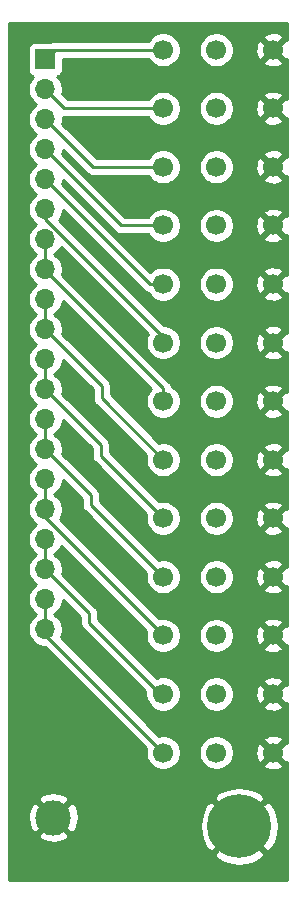
<source format=gbr>
%TF.GenerationSoftware,KiCad,Pcbnew,(5.1.6-0-10_14)*%
%TF.CreationDate,2020-08-23T22:04:21+02:00*%
%TF.ProjectId,cv_expander,63765f65-7870-4616-9e64-65722e6b6963,rev?*%
%TF.SameCoordinates,Original*%
%TF.FileFunction,Copper,L2,Bot*%
%TF.FilePolarity,Positive*%
%FSLAX46Y46*%
G04 Gerber Fmt 4.6, Leading zero omitted, Abs format (unit mm)*
G04 Created by KiCad (PCBNEW (5.1.6-0-10_14)) date 2020-08-23 22:04:21*
%MOMM*%
%LPD*%
G01*
G04 APERTURE LIST*
%TA.AperFunction,ComponentPad*%
%ADD10C,1.700000*%
%TD*%
%TA.AperFunction,ComponentPad*%
%ADD11C,3.000000*%
%TD*%
%TA.AperFunction,ComponentPad*%
%ADD12O,1.700000X1.700000*%
%TD*%
%TA.AperFunction,ComponentPad*%
%ADD13R,1.700000X1.700000*%
%TD*%
%TA.AperFunction,ComponentPad*%
%ADD14C,5.400000*%
%TD*%
%TA.AperFunction,Conductor*%
%ADD15C,0.250000*%
%TD*%
%TA.AperFunction,Conductor*%
%ADD16C,0.254000*%
%TD*%
G04 APERTURE END LIST*
D10*
%TO.P,J7,S*%
%TO.N,GND_D*%
X155100000Y-106791665D03*
%TO.P,J7,R*%
%TO.N,Net-(J7-PadR)*%
X150300000Y-106791665D03*
%TO.P,J7,T*%
%TO.N,Net-(J1-Pad6)*%
X145800000Y-106791665D03*
%TD*%
%TO.P,J6,S*%
%TO.N,GND_D*%
X155100000Y-101833332D03*
%TO.P,J6,R*%
%TO.N,Net-(J6-PadR)*%
X150300000Y-101833332D03*
%TO.P,J6,T*%
%TO.N,Net-(J1-Pad5)*%
X145800000Y-101833332D03*
%TD*%
%TO.P,J5,S*%
%TO.N,GND_D*%
X155100000Y-96874999D03*
%TO.P,J5,R*%
%TO.N,Net-(J5-PadR)*%
X150300000Y-96874999D03*
%TO.P,J5,T*%
%TO.N,Net-(J1-Pad4)*%
X145800000Y-96874999D03*
%TD*%
%TO.P,J4,S*%
%TO.N,GND_D*%
X155100000Y-91916666D03*
%TO.P,J4,R*%
%TO.N,Net-(J4-PadR)*%
X150300000Y-91916666D03*
%TO.P,J4,T*%
%TO.N,Net-(J1-Pad3)*%
X145800000Y-91916666D03*
%TD*%
%TO.P,J3,S*%
%TO.N,GND_D*%
X155100000Y-86958333D03*
%TO.P,J3,R*%
%TO.N,Net-(J3-PadR)*%
X150300000Y-86958333D03*
%TO.P,J3,T*%
%TO.N,Net-(J1-Pad2)*%
X145800000Y-86958333D03*
%TD*%
%TO.P,J2,S*%
%TO.N,GND_D*%
X155100000Y-82000000D03*
%TO.P,J2,R*%
%TO.N,Net-(J2-PadR)*%
X150300000Y-82000000D03*
%TO.P,J2,T*%
%TO.N,Net-(J1-Pad1)*%
X145800000Y-82000000D03*
%TD*%
%TO.P,J14,S*%
%TO.N,GND_D*%
X155100000Y-141500000D03*
%TO.P,J14,R*%
%TO.N,Net-(J14-PadR)*%
X150300000Y-141500000D03*
%TO.P,J14,T*%
%TO.N,Net-(J1-Pad19)*%
X145800000Y-141500000D03*
%TD*%
%TO.P,J13,S*%
%TO.N,GND_D*%
X155100000Y-136541663D03*
%TO.P,J13,R*%
%TO.N,Net-(J13-PadR)*%
X150300000Y-136541663D03*
%TO.P,J13,T*%
%TO.N,Net-(J1-Pad17)*%
X145800000Y-136541663D03*
%TD*%
%TO.P,J12,S*%
%TO.N,GND_D*%
X155100000Y-131583330D03*
%TO.P,J12,R*%
%TO.N,Net-(J12-PadR)*%
X150300000Y-131583330D03*
%TO.P,J12,T*%
%TO.N,Net-(J1-Pad15)*%
X145800000Y-131583330D03*
%TD*%
%TO.P,J11,S*%
%TO.N,GND_D*%
X155100000Y-126624997D03*
%TO.P,J11,R*%
%TO.N,Net-(J11-PadR)*%
X150300000Y-126624997D03*
%TO.P,J11,T*%
%TO.N,Net-(J1-Pad13)*%
X145800000Y-126624997D03*
%TD*%
%TO.P,J10,S*%
%TO.N,GND_D*%
X155100000Y-121666664D03*
%TO.P,J10,R*%
%TO.N,Net-(J10-PadR)*%
X150300000Y-121666664D03*
%TO.P,J10,T*%
%TO.N,Net-(J1-Pad11)*%
X145800000Y-121666664D03*
%TD*%
%TO.P,J9,S*%
%TO.N,GND_D*%
X155100000Y-116708331D03*
%TO.P,J9,R*%
%TO.N,Net-(J9-PadR)*%
X150300000Y-116708331D03*
%TO.P,J9,T*%
%TO.N,Net-(J1-Pad10)*%
X145800000Y-116708331D03*
%TD*%
%TO.P,J8,S*%
%TO.N,GND_D*%
X155100000Y-111749998D03*
%TO.P,J8,R*%
%TO.N,Net-(J8-PadR)*%
X150300000Y-111749998D03*
%TO.P,J8,T*%
%TO.N,Net-(J1-Pad7)*%
X145800000Y-111749998D03*
%TD*%
D11*
%TO.P,GND,1*%
%TO.N,GND_D*%
X136500000Y-147000000D03*
%TD*%
D12*
%TO.P,J1,20*%
%TO.N,Net-(J1-Pad19)*%
X135812000Y-131064000D03*
%TO.P,J1,19*%
X135812000Y-128524000D03*
%TO.P,J1,18*%
%TO.N,Net-(J1-Pad17)*%
X135812000Y-125984000D03*
%TO.P,J1,17*%
X135812000Y-123444000D03*
%TO.P,J1,16*%
%TO.N,Net-(J1-Pad15)*%
X135812000Y-120904000D03*
%TO.P,J1,15*%
X135812000Y-118364000D03*
%TO.P,J1,14*%
%TO.N,Net-(J1-Pad13)*%
X135812000Y-115824000D03*
%TO.P,J1,13*%
X135812000Y-113284000D03*
%TO.P,J1,12*%
%TO.N,Net-(J1-Pad11)*%
X135812000Y-110744000D03*
%TO.P,J1,11*%
X135812000Y-108204000D03*
%TO.P,J1,10*%
%TO.N,Net-(J1-Pad10)*%
X135812000Y-105664000D03*
%TO.P,J1,9*%
X135812000Y-103124000D03*
%TO.P,J1,8*%
%TO.N,Net-(J1-Pad7)*%
X135812000Y-100584000D03*
%TO.P,J1,7*%
X135812000Y-98044000D03*
%TO.P,J1,6*%
%TO.N,Net-(J1-Pad6)*%
X135812000Y-95504000D03*
%TO.P,J1,5*%
%TO.N,Net-(J1-Pad5)*%
X135812000Y-92964000D03*
%TO.P,J1,4*%
%TO.N,Net-(J1-Pad4)*%
X135812000Y-90424000D03*
%TO.P,J1,3*%
%TO.N,Net-(J1-Pad3)*%
X135812000Y-87884000D03*
%TO.P,J1,2*%
%TO.N,Net-(J1-Pad2)*%
X135812000Y-85344000D03*
D13*
%TO.P,J1,1*%
%TO.N,Net-(J1-Pad1)*%
X135812000Y-82804000D03*
%TD*%
D14*
%TO.P,H1,1*%
%TO.N,GND_D*%
X152250000Y-147750000D03*
%TD*%
D15*
%TO.N,Net-(J1-Pad19)*%
X135812000Y-131512000D02*
X135812000Y-131064000D01*
X145800000Y-141500000D02*
X135812000Y-131512000D01*
X135812000Y-131064000D02*
X135812000Y-128524000D01*
%TO.N,Net-(J1-Pad17)*%
X145041663Y-136014661D02*
X139527002Y-130500000D01*
X145041663Y-136541663D02*
X145041663Y-136014661D01*
X139527002Y-129699002D02*
X135812000Y-125984000D01*
X139527002Y-130500000D02*
X139527002Y-129699002D01*
X135812000Y-123444000D02*
X135812000Y-125984000D01*
%TO.N,Net-(J1-Pad15)*%
X135812000Y-121595330D02*
X135812000Y-120904000D01*
X145800000Y-131583330D02*
X135812000Y-121595330D01*
X135812000Y-120904000D02*
X135812000Y-118364000D01*
%TO.N,Net-(J1-Pad13)*%
X145800000Y-126624997D02*
X139675003Y-120500000D01*
X139675003Y-119687003D02*
X135812000Y-115824000D01*
X139675003Y-120500000D02*
X139675003Y-119687003D01*
X135812000Y-113284000D02*
X135812000Y-115824000D01*
%TO.N,Net-(J1-Pad11)*%
X145800000Y-121666664D02*
X140500000Y-116366664D01*
X140500000Y-115432000D02*
X135812000Y-110744000D01*
X140500000Y-116366664D02*
X140500000Y-115432000D01*
X135812000Y-110744000D02*
X135812000Y-108204000D01*
%TO.N,Net-(J1-Pad10)*%
X145800000Y-116708331D02*
X140591669Y-111500000D01*
X140591669Y-110443669D02*
X135812000Y-105664000D01*
X140591669Y-111500000D02*
X140591669Y-110443669D01*
X135812000Y-103124000D02*
X135812000Y-105664000D01*
%TO.N,Net-(J1-Pad7)*%
X135812000Y-100684368D02*
X135812000Y-98044000D01*
X145800000Y-110672368D02*
X135812000Y-100684368D01*
X145800000Y-111749998D02*
X145800000Y-110672368D01*
%TO.N,Net-(J1-Pad6)*%
X135812000Y-96304998D02*
X135812000Y-95504000D01*
X146298667Y-106791665D02*
X135812000Y-96304998D01*
%TO.N,Net-(J1-Pad5)*%
X144681332Y-101833332D02*
X135812000Y-92964000D01*
X144681332Y-101833332D02*
X145800000Y-101833332D01*
%TO.N,Net-(J1-Pad4)*%
X142262999Y-96874999D02*
X135812000Y-90424000D01*
X142262999Y-96874999D02*
X145800000Y-96874999D01*
%TO.N,Net-(J1-Pad3)*%
X139844666Y-91916666D02*
X135812000Y-87884000D01*
X139844666Y-91916666D02*
X145800000Y-91916666D01*
%TO.N,Net-(J1-Pad2)*%
X137426333Y-86958333D02*
X135812000Y-85344000D01*
X137426333Y-86958333D02*
X145800000Y-86958333D01*
%TO.N,Net-(J1-Pad1)*%
X136616000Y-82000000D02*
X135812000Y-82804000D01*
X145800000Y-82000000D02*
X136616000Y-82000000D01*
%TD*%
D16*
%TO.N,GND_D*%
G36*
X156290001Y-81201579D02*
G01*
X156128397Y-81151208D01*
X155279605Y-82000000D01*
X156128397Y-82848792D01*
X156290001Y-82798421D01*
X156290001Y-86159912D01*
X156128397Y-86109541D01*
X155279605Y-86958333D01*
X156128397Y-87807125D01*
X156290001Y-87756754D01*
X156290001Y-91118245D01*
X156128397Y-91067874D01*
X155279605Y-91916666D01*
X156128397Y-92765458D01*
X156290001Y-92715087D01*
X156290001Y-96076578D01*
X156128397Y-96026207D01*
X155279605Y-96874999D01*
X156128397Y-97723791D01*
X156290001Y-97673420D01*
X156290001Y-101034911D01*
X156128397Y-100984540D01*
X155279605Y-101833332D01*
X156128397Y-102682124D01*
X156290001Y-102631753D01*
X156290001Y-105993244D01*
X156128397Y-105942873D01*
X155279605Y-106791665D01*
X156128397Y-107640457D01*
X156290001Y-107590086D01*
X156290001Y-110951577D01*
X156128397Y-110901206D01*
X155279605Y-111749998D01*
X156128397Y-112598790D01*
X156290001Y-112548419D01*
X156290001Y-115909910D01*
X156128397Y-115859539D01*
X155279605Y-116708331D01*
X156128397Y-117557123D01*
X156290000Y-117506752D01*
X156290000Y-120868243D01*
X156128397Y-120817872D01*
X155279605Y-121666664D01*
X156128397Y-122515456D01*
X156290000Y-122465085D01*
X156290000Y-125826576D01*
X156128397Y-125776205D01*
X155279605Y-126624997D01*
X156128397Y-127473789D01*
X156290000Y-127423418D01*
X156290000Y-130784909D01*
X156128397Y-130734538D01*
X155279605Y-131583330D01*
X156128397Y-132432122D01*
X156290000Y-132381751D01*
X156290000Y-135743242D01*
X156128397Y-135692871D01*
X155279605Y-136541663D01*
X156128397Y-137390455D01*
X156290000Y-137340084D01*
X156290000Y-140701579D01*
X156128397Y-140651208D01*
X155279605Y-141500000D01*
X156128397Y-142348792D01*
X156290000Y-142298421D01*
X156290000Y-152290000D01*
X132710000Y-152290000D01*
X132710000Y-150095374D01*
X150084231Y-150095374D01*
X150384411Y-150533828D01*
X150963356Y-150844296D01*
X151591746Y-151035852D01*
X152245431Y-151101134D01*
X152899293Y-151037634D01*
X153528203Y-150847792D01*
X154107992Y-150538904D01*
X154115589Y-150533828D01*
X154415769Y-150095374D01*
X152250000Y-147929605D01*
X150084231Y-150095374D01*
X132710000Y-150095374D01*
X132710000Y-148491653D01*
X135187952Y-148491653D01*
X135343962Y-148807214D01*
X135718745Y-148998020D01*
X136123551Y-149112044D01*
X136542824Y-149144902D01*
X136960451Y-149095334D01*
X137360383Y-148965243D01*
X137656038Y-148807214D01*
X137812048Y-148491653D01*
X136500000Y-147179605D01*
X135187952Y-148491653D01*
X132710000Y-148491653D01*
X132710000Y-147042824D01*
X134355098Y-147042824D01*
X134404666Y-147460451D01*
X134534757Y-147860383D01*
X134692786Y-148156038D01*
X135008347Y-148312048D01*
X136320395Y-147000000D01*
X136679605Y-147000000D01*
X137991653Y-148312048D01*
X138307214Y-148156038D01*
X138498020Y-147781255D01*
X138508110Y-147745431D01*
X148898866Y-147745431D01*
X148962366Y-148399293D01*
X149152208Y-149028203D01*
X149461096Y-149607992D01*
X149466172Y-149615589D01*
X149904626Y-149915769D01*
X152070395Y-147750000D01*
X152429605Y-147750000D01*
X154595374Y-149915769D01*
X155033828Y-149615589D01*
X155344296Y-149036644D01*
X155535852Y-148408254D01*
X155601134Y-147754569D01*
X155537634Y-147100707D01*
X155347792Y-146471797D01*
X155038904Y-145892008D01*
X155033828Y-145884411D01*
X154595374Y-145584231D01*
X152429605Y-147750000D01*
X152070395Y-147750000D01*
X149904626Y-145584231D01*
X149466172Y-145884411D01*
X149155704Y-146463356D01*
X148964148Y-147091746D01*
X148898866Y-147745431D01*
X138508110Y-147745431D01*
X138612044Y-147376449D01*
X138644902Y-146957176D01*
X138595334Y-146539549D01*
X138465243Y-146139617D01*
X138307214Y-145843962D01*
X137991653Y-145687952D01*
X136679605Y-147000000D01*
X136320395Y-147000000D01*
X135008347Y-145687952D01*
X134692786Y-145843962D01*
X134501980Y-146218745D01*
X134387956Y-146623551D01*
X134355098Y-147042824D01*
X132710000Y-147042824D01*
X132710000Y-145508347D01*
X135187952Y-145508347D01*
X136500000Y-146820395D01*
X137812048Y-145508347D01*
X137760770Y-145404626D01*
X150084231Y-145404626D01*
X152250000Y-147570395D01*
X154415769Y-145404626D01*
X154115589Y-144966172D01*
X153536644Y-144655704D01*
X152908254Y-144464148D01*
X152254569Y-144398866D01*
X151600707Y-144462366D01*
X150971797Y-144652208D01*
X150392008Y-144961096D01*
X150384411Y-144966172D01*
X150084231Y-145404626D01*
X137760770Y-145404626D01*
X137656038Y-145192786D01*
X137281255Y-145001980D01*
X136876449Y-144887956D01*
X136457176Y-144855098D01*
X136039549Y-144904666D01*
X135639617Y-145034757D01*
X135343962Y-145192786D01*
X135187952Y-145508347D01*
X132710000Y-145508347D01*
X132710000Y-81954000D01*
X134323928Y-81954000D01*
X134323928Y-83654000D01*
X134336188Y-83778482D01*
X134372498Y-83898180D01*
X134431463Y-84008494D01*
X134510815Y-84105185D01*
X134607506Y-84184537D01*
X134717820Y-84243502D01*
X134790380Y-84265513D01*
X134658525Y-84397368D01*
X134496010Y-84640589D01*
X134384068Y-84910842D01*
X134327000Y-85197740D01*
X134327000Y-85490260D01*
X134384068Y-85777158D01*
X134496010Y-86047411D01*
X134658525Y-86290632D01*
X134865368Y-86497475D01*
X135039760Y-86614000D01*
X134865368Y-86730525D01*
X134658525Y-86937368D01*
X134496010Y-87180589D01*
X134384068Y-87450842D01*
X134327000Y-87737740D01*
X134327000Y-88030260D01*
X134384068Y-88317158D01*
X134496010Y-88587411D01*
X134658525Y-88830632D01*
X134865368Y-89037475D01*
X135039760Y-89154000D01*
X134865368Y-89270525D01*
X134658525Y-89477368D01*
X134496010Y-89720589D01*
X134384068Y-89990842D01*
X134327000Y-90277740D01*
X134327000Y-90570260D01*
X134384068Y-90857158D01*
X134496010Y-91127411D01*
X134658525Y-91370632D01*
X134865368Y-91577475D01*
X135039760Y-91694000D01*
X134865368Y-91810525D01*
X134658525Y-92017368D01*
X134496010Y-92260589D01*
X134384068Y-92530842D01*
X134327000Y-92817740D01*
X134327000Y-93110260D01*
X134384068Y-93397158D01*
X134496010Y-93667411D01*
X134658525Y-93910632D01*
X134865368Y-94117475D01*
X135039760Y-94234000D01*
X134865368Y-94350525D01*
X134658525Y-94557368D01*
X134496010Y-94800589D01*
X134384068Y-95070842D01*
X134327000Y-95357740D01*
X134327000Y-95650260D01*
X134384068Y-95937158D01*
X134496010Y-96207411D01*
X134658525Y-96450632D01*
X134865368Y-96657475D01*
X135039760Y-96774000D01*
X134865368Y-96890525D01*
X134658525Y-97097368D01*
X134496010Y-97340589D01*
X134384068Y-97610842D01*
X134327000Y-97897740D01*
X134327000Y-98190260D01*
X134384068Y-98477158D01*
X134496010Y-98747411D01*
X134658525Y-98990632D01*
X134865368Y-99197475D01*
X135039760Y-99314000D01*
X134865368Y-99430525D01*
X134658525Y-99637368D01*
X134496010Y-99880589D01*
X134384068Y-100150842D01*
X134327000Y-100437740D01*
X134327000Y-100730260D01*
X134384068Y-101017158D01*
X134496010Y-101287411D01*
X134658525Y-101530632D01*
X134865368Y-101737475D01*
X135039760Y-101854000D01*
X134865368Y-101970525D01*
X134658525Y-102177368D01*
X134496010Y-102420589D01*
X134384068Y-102690842D01*
X134327000Y-102977740D01*
X134327000Y-103270260D01*
X134384068Y-103557158D01*
X134496010Y-103827411D01*
X134658525Y-104070632D01*
X134865368Y-104277475D01*
X135039760Y-104394000D01*
X134865368Y-104510525D01*
X134658525Y-104717368D01*
X134496010Y-104960589D01*
X134384068Y-105230842D01*
X134327000Y-105517740D01*
X134327000Y-105810260D01*
X134384068Y-106097158D01*
X134496010Y-106367411D01*
X134658525Y-106610632D01*
X134865368Y-106817475D01*
X135039760Y-106934000D01*
X134865368Y-107050525D01*
X134658525Y-107257368D01*
X134496010Y-107500589D01*
X134384068Y-107770842D01*
X134327000Y-108057740D01*
X134327000Y-108350260D01*
X134384068Y-108637158D01*
X134496010Y-108907411D01*
X134658525Y-109150632D01*
X134865368Y-109357475D01*
X135039760Y-109474000D01*
X134865368Y-109590525D01*
X134658525Y-109797368D01*
X134496010Y-110040589D01*
X134384068Y-110310842D01*
X134327000Y-110597740D01*
X134327000Y-110890260D01*
X134384068Y-111177158D01*
X134496010Y-111447411D01*
X134658525Y-111690632D01*
X134865368Y-111897475D01*
X135039760Y-112014000D01*
X134865368Y-112130525D01*
X134658525Y-112337368D01*
X134496010Y-112580589D01*
X134384068Y-112850842D01*
X134327000Y-113137740D01*
X134327000Y-113430260D01*
X134384068Y-113717158D01*
X134496010Y-113987411D01*
X134658525Y-114230632D01*
X134865368Y-114437475D01*
X135039760Y-114554000D01*
X134865368Y-114670525D01*
X134658525Y-114877368D01*
X134496010Y-115120589D01*
X134384068Y-115390842D01*
X134327000Y-115677740D01*
X134327000Y-115970260D01*
X134384068Y-116257158D01*
X134496010Y-116527411D01*
X134658525Y-116770632D01*
X134865368Y-116977475D01*
X135039760Y-117094000D01*
X134865368Y-117210525D01*
X134658525Y-117417368D01*
X134496010Y-117660589D01*
X134384068Y-117930842D01*
X134327000Y-118217740D01*
X134327000Y-118510260D01*
X134384068Y-118797158D01*
X134496010Y-119067411D01*
X134658525Y-119310632D01*
X134865368Y-119517475D01*
X135039760Y-119634000D01*
X134865368Y-119750525D01*
X134658525Y-119957368D01*
X134496010Y-120200589D01*
X134384068Y-120470842D01*
X134327000Y-120757740D01*
X134327000Y-121050260D01*
X134384068Y-121337158D01*
X134496010Y-121607411D01*
X134658525Y-121850632D01*
X134865368Y-122057475D01*
X135039760Y-122174000D01*
X134865368Y-122290525D01*
X134658525Y-122497368D01*
X134496010Y-122740589D01*
X134384068Y-123010842D01*
X134327000Y-123297740D01*
X134327000Y-123590260D01*
X134384068Y-123877158D01*
X134496010Y-124147411D01*
X134658525Y-124390632D01*
X134865368Y-124597475D01*
X135039760Y-124714000D01*
X134865368Y-124830525D01*
X134658525Y-125037368D01*
X134496010Y-125280589D01*
X134384068Y-125550842D01*
X134327000Y-125837740D01*
X134327000Y-126130260D01*
X134384068Y-126417158D01*
X134496010Y-126687411D01*
X134658525Y-126930632D01*
X134865368Y-127137475D01*
X135039760Y-127254000D01*
X134865368Y-127370525D01*
X134658525Y-127577368D01*
X134496010Y-127820589D01*
X134384068Y-128090842D01*
X134327000Y-128377740D01*
X134327000Y-128670260D01*
X134384068Y-128957158D01*
X134496010Y-129227411D01*
X134658525Y-129470632D01*
X134865368Y-129677475D01*
X135039760Y-129794000D01*
X134865368Y-129910525D01*
X134658525Y-130117368D01*
X134496010Y-130360589D01*
X134384068Y-130630842D01*
X134327000Y-130917740D01*
X134327000Y-131210260D01*
X134384068Y-131497158D01*
X134496010Y-131767411D01*
X134658525Y-132010632D01*
X134865368Y-132217475D01*
X135108589Y-132379990D01*
X135378842Y-132491932D01*
X135665740Y-132549000D01*
X135774199Y-132549000D01*
X144358790Y-141133592D01*
X144315000Y-141353740D01*
X144315000Y-141646260D01*
X144372068Y-141933158D01*
X144484010Y-142203411D01*
X144646525Y-142446632D01*
X144853368Y-142653475D01*
X145096589Y-142815990D01*
X145366842Y-142927932D01*
X145653740Y-142985000D01*
X145946260Y-142985000D01*
X146233158Y-142927932D01*
X146503411Y-142815990D01*
X146746632Y-142653475D01*
X146953475Y-142446632D01*
X147115990Y-142203411D01*
X147227932Y-141933158D01*
X147285000Y-141646260D01*
X147285000Y-141353740D01*
X148815000Y-141353740D01*
X148815000Y-141646260D01*
X148872068Y-141933158D01*
X148984010Y-142203411D01*
X149146525Y-142446632D01*
X149353368Y-142653475D01*
X149596589Y-142815990D01*
X149866842Y-142927932D01*
X150153740Y-142985000D01*
X150446260Y-142985000D01*
X150733158Y-142927932D01*
X151003411Y-142815990D01*
X151246632Y-142653475D01*
X151371710Y-142528397D01*
X154251208Y-142528397D01*
X154328843Y-142777472D01*
X154592883Y-142903371D01*
X154876411Y-142975339D01*
X155168531Y-142990611D01*
X155458019Y-142948599D01*
X155733747Y-142850919D01*
X155871157Y-142777472D01*
X155948792Y-142528397D01*
X155100000Y-141679605D01*
X154251208Y-142528397D01*
X151371710Y-142528397D01*
X151453475Y-142446632D01*
X151615990Y-142203411D01*
X151727932Y-141933158D01*
X151785000Y-141646260D01*
X151785000Y-141568531D01*
X153609389Y-141568531D01*
X153651401Y-141858019D01*
X153749081Y-142133747D01*
X153822528Y-142271157D01*
X154071603Y-142348792D01*
X154920395Y-141500000D01*
X154071603Y-140651208D01*
X153822528Y-140728843D01*
X153696629Y-140992883D01*
X153624661Y-141276411D01*
X153609389Y-141568531D01*
X151785000Y-141568531D01*
X151785000Y-141353740D01*
X151727932Y-141066842D01*
X151615990Y-140796589D01*
X151453475Y-140553368D01*
X151371710Y-140471603D01*
X154251208Y-140471603D01*
X155100000Y-141320395D01*
X155948792Y-140471603D01*
X155871157Y-140222528D01*
X155607117Y-140096629D01*
X155323589Y-140024661D01*
X155031469Y-140009389D01*
X154741981Y-140051401D01*
X154466253Y-140149081D01*
X154328843Y-140222528D01*
X154251208Y-140471603D01*
X151371710Y-140471603D01*
X151246632Y-140346525D01*
X151003411Y-140184010D01*
X150733158Y-140072068D01*
X150446260Y-140015000D01*
X150153740Y-140015000D01*
X149866842Y-140072068D01*
X149596589Y-140184010D01*
X149353368Y-140346525D01*
X149146525Y-140553368D01*
X148984010Y-140796589D01*
X148872068Y-141066842D01*
X148815000Y-141353740D01*
X147285000Y-141353740D01*
X147227932Y-141066842D01*
X147115990Y-140796589D01*
X146953475Y-140553368D01*
X146746632Y-140346525D01*
X146503411Y-140184010D01*
X146233158Y-140072068D01*
X145946260Y-140015000D01*
X145653740Y-140015000D01*
X145433592Y-140058790D01*
X137132156Y-131757354D01*
X137239932Y-131497158D01*
X137297000Y-131210260D01*
X137297000Y-130917740D01*
X137239932Y-130630842D01*
X137127990Y-130360589D01*
X136965475Y-130117368D01*
X136758632Y-129910525D01*
X136584240Y-129794000D01*
X136758632Y-129677475D01*
X136965475Y-129470632D01*
X137127990Y-129227411D01*
X137239932Y-128957158D01*
X137297000Y-128670260D01*
X137297000Y-128543802D01*
X138767002Y-130013804D01*
X138767002Y-130462678D01*
X138763326Y-130500000D01*
X138767002Y-130537322D01*
X138767002Y-130537332D01*
X138777999Y-130648985D01*
X138803951Y-130734538D01*
X138821456Y-130792246D01*
X138892028Y-130924276D01*
X138931194Y-130971999D01*
X138987001Y-131040001D01*
X139016005Y-131063804D01*
X144281663Y-136329464D01*
X144281663Y-136578995D01*
X144292660Y-136690648D01*
X144336117Y-136833909D01*
X144348734Y-136857513D01*
X144372068Y-136974821D01*
X144484010Y-137245074D01*
X144646525Y-137488295D01*
X144853368Y-137695138D01*
X145096589Y-137857653D01*
X145366842Y-137969595D01*
X145653740Y-138026663D01*
X145946260Y-138026663D01*
X146233158Y-137969595D01*
X146503411Y-137857653D01*
X146746632Y-137695138D01*
X146953475Y-137488295D01*
X147115990Y-137245074D01*
X147227932Y-136974821D01*
X147285000Y-136687923D01*
X147285000Y-136395403D01*
X148815000Y-136395403D01*
X148815000Y-136687923D01*
X148872068Y-136974821D01*
X148984010Y-137245074D01*
X149146525Y-137488295D01*
X149353368Y-137695138D01*
X149596589Y-137857653D01*
X149866842Y-137969595D01*
X150153740Y-138026663D01*
X150446260Y-138026663D01*
X150733158Y-137969595D01*
X151003411Y-137857653D01*
X151246632Y-137695138D01*
X151371710Y-137570060D01*
X154251208Y-137570060D01*
X154328843Y-137819135D01*
X154592883Y-137945034D01*
X154876411Y-138017002D01*
X155168531Y-138032274D01*
X155458019Y-137990262D01*
X155733747Y-137892582D01*
X155871157Y-137819135D01*
X155948792Y-137570060D01*
X155100000Y-136721268D01*
X154251208Y-137570060D01*
X151371710Y-137570060D01*
X151453475Y-137488295D01*
X151615990Y-137245074D01*
X151727932Y-136974821D01*
X151785000Y-136687923D01*
X151785000Y-136610194D01*
X153609389Y-136610194D01*
X153651401Y-136899682D01*
X153749081Y-137175410D01*
X153822528Y-137312820D01*
X154071603Y-137390455D01*
X154920395Y-136541663D01*
X154071603Y-135692871D01*
X153822528Y-135770506D01*
X153696629Y-136034546D01*
X153624661Y-136318074D01*
X153609389Y-136610194D01*
X151785000Y-136610194D01*
X151785000Y-136395403D01*
X151727932Y-136108505D01*
X151615990Y-135838252D01*
X151453475Y-135595031D01*
X151371710Y-135513266D01*
X154251208Y-135513266D01*
X155100000Y-136362058D01*
X155948792Y-135513266D01*
X155871157Y-135264191D01*
X155607117Y-135138292D01*
X155323589Y-135066324D01*
X155031469Y-135051052D01*
X154741981Y-135093064D01*
X154466253Y-135190744D01*
X154328843Y-135264191D01*
X154251208Y-135513266D01*
X151371710Y-135513266D01*
X151246632Y-135388188D01*
X151003411Y-135225673D01*
X150733158Y-135113731D01*
X150446260Y-135056663D01*
X150153740Y-135056663D01*
X149866842Y-135113731D01*
X149596589Y-135225673D01*
X149353368Y-135388188D01*
X149146525Y-135595031D01*
X148984010Y-135838252D01*
X148872068Y-136108505D01*
X148815000Y-136395403D01*
X147285000Y-136395403D01*
X147227932Y-136108505D01*
X147115990Y-135838252D01*
X146953475Y-135595031D01*
X146746632Y-135388188D01*
X146503411Y-135225673D01*
X146233158Y-135113731D01*
X145946260Y-135056663D01*
X145653740Y-135056663D01*
X145366842Y-135113731D01*
X145259852Y-135158047D01*
X140287002Y-130185199D01*
X140287002Y-129736324D01*
X140290678Y-129699001D01*
X140287002Y-129661678D01*
X140287002Y-129661669D01*
X140276005Y-129550016D01*
X140232548Y-129406755D01*
X140161976Y-129274726D01*
X140067003Y-129159001D01*
X140038005Y-129135203D01*
X137253209Y-126350408D01*
X137297000Y-126130260D01*
X137297000Y-125837740D01*
X137239932Y-125550842D01*
X137127990Y-125280589D01*
X136965475Y-125037368D01*
X136758632Y-124830525D01*
X136584240Y-124714000D01*
X136758632Y-124597475D01*
X136965475Y-124390632D01*
X137127990Y-124147411D01*
X137175231Y-124033362D01*
X144358790Y-131216922D01*
X144315000Y-131437070D01*
X144315000Y-131729590D01*
X144372068Y-132016488D01*
X144484010Y-132286741D01*
X144646525Y-132529962D01*
X144853368Y-132736805D01*
X145096589Y-132899320D01*
X145366842Y-133011262D01*
X145653740Y-133068330D01*
X145946260Y-133068330D01*
X146233158Y-133011262D01*
X146503411Y-132899320D01*
X146746632Y-132736805D01*
X146953475Y-132529962D01*
X147115990Y-132286741D01*
X147227932Y-132016488D01*
X147285000Y-131729590D01*
X147285000Y-131437070D01*
X148815000Y-131437070D01*
X148815000Y-131729590D01*
X148872068Y-132016488D01*
X148984010Y-132286741D01*
X149146525Y-132529962D01*
X149353368Y-132736805D01*
X149596589Y-132899320D01*
X149866842Y-133011262D01*
X150153740Y-133068330D01*
X150446260Y-133068330D01*
X150733158Y-133011262D01*
X151003411Y-132899320D01*
X151246632Y-132736805D01*
X151371710Y-132611727D01*
X154251208Y-132611727D01*
X154328843Y-132860802D01*
X154592883Y-132986701D01*
X154876411Y-133058669D01*
X155168531Y-133073941D01*
X155458019Y-133031929D01*
X155733747Y-132934249D01*
X155871157Y-132860802D01*
X155948792Y-132611727D01*
X155100000Y-131762935D01*
X154251208Y-132611727D01*
X151371710Y-132611727D01*
X151453475Y-132529962D01*
X151615990Y-132286741D01*
X151727932Y-132016488D01*
X151785000Y-131729590D01*
X151785000Y-131651861D01*
X153609389Y-131651861D01*
X153651401Y-131941349D01*
X153749081Y-132217077D01*
X153822528Y-132354487D01*
X154071603Y-132432122D01*
X154920395Y-131583330D01*
X154071603Y-130734538D01*
X153822528Y-130812173D01*
X153696629Y-131076213D01*
X153624661Y-131359741D01*
X153609389Y-131651861D01*
X151785000Y-131651861D01*
X151785000Y-131437070D01*
X151727932Y-131150172D01*
X151615990Y-130879919D01*
X151453475Y-130636698D01*
X151371710Y-130554933D01*
X154251208Y-130554933D01*
X155100000Y-131403725D01*
X155948792Y-130554933D01*
X155871157Y-130305858D01*
X155607117Y-130179959D01*
X155323589Y-130107991D01*
X155031469Y-130092719D01*
X154741981Y-130134731D01*
X154466253Y-130232411D01*
X154328843Y-130305858D01*
X154251208Y-130554933D01*
X151371710Y-130554933D01*
X151246632Y-130429855D01*
X151003411Y-130267340D01*
X150733158Y-130155398D01*
X150446260Y-130098330D01*
X150153740Y-130098330D01*
X149866842Y-130155398D01*
X149596589Y-130267340D01*
X149353368Y-130429855D01*
X149146525Y-130636698D01*
X148984010Y-130879919D01*
X148872068Y-131150172D01*
X148815000Y-131437070D01*
X147285000Y-131437070D01*
X147227932Y-131150172D01*
X147115990Y-130879919D01*
X146953475Y-130636698D01*
X146746632Y-130429855D01*
X146503411Y-130267340D01*
X146233158Y-130155398D01*
X145946260Y-130098330D01*
X145653740Y-130098330D01*
X145433592Y-130142120D01*
X137036222Y-121744751D01*
X137127990Y-121607411D01*
X137239932Y-121337158D01*
X137297000Y-121050260D01*
X137297000Y-120757740D01*
X137239932Y-120470842D01*
X137127990Y-120200589D01*
X136965475Y-119957368D01*
X136758632Y-119750525D01*
X136584240Y-119634000D01*
X136758632Y-119517475D01*
X136965475Y-119310632D01*
X137127990Y-119067411D01*
X137239932Y-118797158D01*
X137297000Y-118510260D01*
X137297000Y-118383802D01*
X138915003Y-120001805D01*
X138915003Y-120462678D01*
X138911327Y-120500000D01*
X138915003Y-120537322D01*
X138915003Y-120537332D01*
X138926000Y-120648985D01*
X138947552Y-120720032D01*
X138969457Y-120792246D01*
X139040029Y-120924276D01*
X139072017Y-120963253D01*
X139135002Y-121040001D01*
X139164006Y-121063804D01*
X144358790Y-126258589D01*
X144315000Y-126478737D01*
X144315000Y-126771257D01*
X144372068Y-127058155D01*
X144484010Y-127328408D01*
X144646525Y-127571629D01*
X144853368Y-127778472D01*
X145096589Y-127940987D01*
X145366842Y-128052929D01*
X145653740Y-128109997D01*
X145946260Y-128109997D01*
X146233158Y-128052929D01*
X146503411Y-127940987D01*
X146746632Y-127778472D01*
X146953475Y-127571629D01*
X147115990Y-127328408D01*
X147227932Y-127058155D01*
X147285000Y-126771257D01*
X147285000Y-126478737D01*
X148815000Y-126478737D01*
X148815000Y-126771257D01*
X148872068Y-127058155D01*
X148984010Y-127328408D01*
X149146525Y-127571629D01*
X149353368Y-127778472D01*
X149596589Y-127940987D01*
X149866842Y-128052929D01*
X150153740Y-128109997D01*
X150446260Y-128109997D01*
X150733158Y-128052929D01*
X151003411Y-127940987D01*
X151246632Y-127778472D01*
X151371710Y-127653394D01*
X154251208Y-127653394D01*
X154328843Y-127902469D01*
X154592883Y-128028368D01*
X154876411Y-128100336D01*
X155168531Y-128115608D01*
X155458019Y-128073596D01*
X155733747Y-127975916D01*
X155871157Y-127902469D01*
X155948792Y-127653394D01*
X155100000Y-126804602D01*
X154251208Y-127653394D01*
X151371710Y-127653394D01*
X151453475Y-127571629D01*
X151615990Y-127328408D01*
X151727932Y-127058155D01*
X151785000Y-126771257D01*
X151785000Y-126693528D01*
X153609389Y-126693528D01*
X153651401Y-126983016D01*
X153749081Y-127258744D01*
X153822528Y-127396154D01*
X154071603Y-127473789D01*
X154920395Y-126624997D01*
X154071603Y-125776205D01*
X153822528Y-125853840D01*
X153696629Y-126117880D01*
X153624661Y-126401408D01*
X153609389Y-126693528D01*
X151785000Y-126693528D01*
X151785000Y-126478737D01*
X151727932Y-126191839D01*
X151615990Y-125921586D01*
X151453475Y-125678365D01*
X151371710Y-125596600D01*
X154251208Y-125596600D01*
X155100000Y-126445392D01*
X155948792Y-125596600D01*
X155871157Y-125347525D01*
X155607117Y-125221626D01*
X155323589Y-125149658D01*
X155031469Y-125134386D01*
X154741981Y-125176398D01*
X154466253Y-125274078D01*
X154328843Y-125347525D01*
X154251208Y-125596600D01*
X151371710Y-125596600D01*
X151246632Y-125471522D01*
X151003411Y-125309007D01*
X150733158Y-125197065D01*
X150446260Y-125139997D01*
X150153740Y-125139997D01*
X149866842Y-125197065D01*
X149596589Y-125309007D01*
X149353368Y-125471522D01*
X149146525Y-125678365D01*
X148984010Y-125921586D01*
X148872068Y-126191839D01*
X148815000Y-126478737D01*
X147285000Y-126478737D01*
X147227932Y-126191839D01*
X147115990Y-125921586D01*
X146953475Y-125678365D01*
X146746632Y-125471522D01*
X146503411Y-125309007D01*
X146233158Y-125197065D01*
X145946260Y-125139997D01*
X145653740Y-125139997D01*
X145433592Y-125183787D01*
X140435003Y-120185199D01*
X140435003Y-119724325D01*
X140438679Y-119687002D01*
X140435003Y-119649679D01*
X140435003Y-119649670D01*
X140424006Y-119538017D01*
X140380549Y-119394756D01*
X140309977Y-119262727D01*
X140215004Y-119147002D01*
X140186006Y-119123204D01*
X137253209Y-116190408D01*
X137297000Y-115970260D01*
X137297000Y-115677740D01*
X137239932Y-115390842D01*
X137127990Y-115120589D01*
X136965475Y-114877368D01*
X136758632Y-114670525D01*
X136584240Y-114554000D01*
X136758632Y-114437475D01*
X136965475Y-114230632D01*
X137127990Y-113987411D01*
X137239932Y-113717158D01*
X137297000Y-113430260D01*
X137297000Y-113303801D01*
X139740001Y-115746803D01*
X139740000Y-116329341D01*
X139736324Y-116366664D01*
X139740000Y-116403986D01*
X139740000Y-116403996D01*
X139750997Y-116515649D01*
X139788657Y-116639800D01*
X139794454Y-116658910D01*
X139865026Y-116790940D01*
X139904871Y-116839490D01*
X139959999Y-116906665D01*
X139989003Y-116930468D01*
X144358790Y-121300256D01*
X144315000Y-121520404D01*
X144315000Y-121812924D01*
X144372068Y-122099822D01*
X144484010Y-122370075D01*
X144646525Y-122613296D01*
X144853368Y-122820139D01*
X145096589Y-122982654D01*
X145366842Y-123094596D01*
X145653740Y-123151664D01*
X145946260Y-123151664D01*
X146233158Y-123094596D01*
X146503411Y-122982654D01*
X146746632Y-122820139D01*
X146953475Y-122613296D01*
X147115990Y-122370075D01*
X147227932Y-122099822D01*
X147285000Y-121812924D01*
X147285000Y-121520404D01*
X148815000Y-121520404D01*
X148815000Y-121812924D01*
X148872068Y-122099822D01*
X148984010Y-122370075D01*
X149146525Y-122613296D01*
X149353368Y-122820139D01*
X149596589Y-122982654D01*
X149866842Y-123094596D01*
X150153740Y-123151664D01*
X150446260Y-123151664D01*
X150733158Y-123094596D01*
X151003411Y-122982654D01*
X151246632Y-122820139D01*
X151371710Y-122695061D01*
X154251208Y-122695061D01*
X154328843Y-122944136D01*
X154592883Y-123070035D01*
X154876411Y-123142003D01*
X155168531Y-123157275D01*
X155458019Y-123115263D01*
X155733747Y-123017583D01*
X155871157Y-122944136D01*
X155948792Y-122695061D01*
X155100000Y-121846269D01*
X154251208Y-122695061D01*
X151371710Y-122695061D01*
X151453475Y-122613296D01*
X151615990Y-122370075D01*
X151727932Y-122099822D01*
X151785000Y-121812924D01*
X151785000Y-121735195D01*
X153609389Y-121735195D01*
X153651401Y-122024683D01*
X153749081Y-122300411D01*
X153822528Y-122437821D01*
X154071603Y-122515456D01*
X154920395Y-121666664D01*
X154071603Y-120817872D01*
X153822528Y-120895507D01*
X153696629Y-121159547D01*
X153624661Y-121443075D01*
X153609389Y-121735195D01*
X151785000Y-121735195D01*
X151785000Y-121520404D01*
X151727932Y-121233506D01*
X151615990Y-120963253D01*
X151453475Y-120720032D01*
X151371710Y-120638267D01*
X154251208Y-120638267D01*
X155100000Y-121487059D01*
X155948792Y-120638267D01*
X155871157Y-120389192D01*
X155607117Y-120263293D01*
X155323589Y-120191325D01*
X155031469Y-120176053D01*
X154741981Y-120218065D01*
X154466253Y-120315745D01*
X154328843Y-120389192D01*
X154251208Y-120638267D01*
X151371710Y-120638267D01*
X151246632Y-120513189D01*
X151003411Y-120350674D01*
X150733158Y-120238732D01*
X150446260Y-120181664D01*
X150153740Y-120181664D01*
X149866842Y-120238732D01*
X149596589Y-120350674D01*
X149353368Y-120513189D01*
X149146525Y-120720032D01*
X148984010Y-120963253D01*
X148872068Y-121233506D01*
X148815000Y-121520404D01*
X147285000Y-121520404D01*
X147227932Y-121233506D01*
X147115990Y-120963253D01*
X146953475Y-120720032D01*
X146746632Y-120513189D01*
X146503411Y-120350674D01*
X146233158Y-120238732D01*
X145946260Y-120181664D01*
X145653740Y-120181664D01*
X145433592Y-120225454D01*
X141260000Y-116051863D01*
X141260000Y-115469322D01*
X141263676Y-115431999D01*
X141260000Y-115394676D01*
X141260000Y-115394667D01*
X141249003Y-115283014D01*
X141205546Y-115139753D01*
X141134974Y-115007724D01*
X141040001Y-114891999D01*
X141011003Y-114868201D01*
X137253209Y-111110408D01*
X137297000Y-110890260D01*
X137297000Y-110597740D01*
X137239932Y-110310842D01*
X137127990Y-110040589D01*
X136965475Y-109797368D01*
X136758632Y-109590525D01*
X136584240Y-109474000D01*
X136758632Y-109357475D01*
X136965475Y-109150632D01*
X137127990Y-108907411D01*
X137239932Y-108637158D01*
X137297000Y-108350260D01*
X137297000Y-108223801D01*
X139831670Y-110758472D01*
X139831669Y-111462677D01*
X139827993Y-111500000D01*
X139831669Y-111537322D01*
X139831669Y-111537332D01*
X139842666Y-111648985D01*
X139884632Y-111787330D01*
X139886123Y-111792246D01*
X139956695Y-111924276D01*
X139992587Y-111968010D01*
X140051668Y-112040001D01*
X140080672Y-112063804D01*
X144358790Y-116341923D01*
X144315000Y-116562071D01*
X144315000Y-116854591D01*
X144372068Y-117141489D01*
X144484010Y-117411742D01*
X144646525Y-117654963D01*
X144853368Y-117861806D01*
X145096589Y-118024321D01*
X145366842Y-118136263D01*
X145653740Y-118193331D01*
X145946260Y-118193331D01*
X146233158Y-118136263D01*
X146503411Y-118024321D01*
X146746632Y-117861806D01*
X146953475Y-117654963D01*
X147115990Y-117411742D01*
X147227932Y-117141489D01*
X147285000Y-116854591D01*
X147285000Y-116562071D01*
X148815000Y-116562071D01*
X148815000Y-116854591D01*
X148872068Y-117141489D01*
X148984010Y-117411742D01*
X149146525Y-117654963D01*
X149353368Y-117861806D01*
X149596589Y-118024321D01*
X149866842Y-118136263D01*
X150153740Y-118193331D01*
X150446260Y-118193331D01*
X150733158Y-118136263D01*
X151003411Y-118024321D01*
X151246632Y-117861806D01*
X151371710Y-117736728D01*
X154251208Y-117736728D01*
X154328843Y-117985803D01*
X154592883Y-118111702D01*
X154876411Y-118183670D01*
X155168531Y-118198942D01*
X155458019Y-118156930D01*
X155733747Y-118059250D01*
X155871157Y-117985803D01*
X155948792Y-117736728D01*
X155100000Y-116887936D01*
X154251208Y-117736728D01*
X151371710Y-117736728D01*
X151453475Y-117654963D01*
X151615990Y-117411742D01*
X151727932Y-117141489D01*
X151785000Y-116854591D01*
X151785000Y-116776862D01*
X153609389Y-116776862D01*
X153651401Y-117066350D01*
X153749081Y-117342078D01*
X153822528Y-117479488D01*
X154071603Y-117557123D01*
X154920395Y-116708331D01*
X154071603Y-115859539D01*
X153822528Y-115937174D01*
X153696629Y-116201214D01*
X153624661Y-116484742D01*
X153609389Y-116776862D01*
X151785000Y-116776862D01*
X151785000Y-116562071D01*
X151727932Y-116275173D01*
X151615990Y-116004920D01*
X151453475Y-115761699D01*
X151371710Y-115679934D01*
X154251208Y-115679934D01*
X155100000Y-116528726D01*
X155948792Y-115679934D01*
X155871157Y-115430859D01*
X155607117Y-115304960D01*
X155323589Y-115232992D01*
X155031469Y-115217720D01*
X154741981Y-115259732D01*
X154466253Y-115357412D01*
X154328843Y-115430859D01*
X154251208Y-115679934D01*
X151371710Y-115679934D01*
X151246632Y-115554856D01*
X151003411Y-115392341D01*
X150733158Y-115280399D01*
X150446260Y-115223331D01*
X150153740Y-115223331D01*
X149866842Y-115280399D01*
X149596589Y-115392341D01*
X149353368Y-115554856D01*
X149146525Y-115761699D01*
X148984010Y-116004920D01*
X148872068Y-116275173D01*
X148815000Y-116562071D01*
X147285000Y-116562071D01*
X147227932Y-116275173D01*
X147115990Y-116004920D01*
X146953475Y-115761699D01*
X146746632Y-115554856D01*
X146503411Y-115392341D01*
X146233158Y-115280399D01*
X145946260Y-115223331D01*
X145653740Y-115223331D01*
X145433592Y-115267121D01*
X141351669Y-111185199D01*
X141351669Y-110480994D01*
X141355345Y-110443669D01*
X141351669Y-110406344D01*
X141351669Y-110406336D01*
X141340672Y-110294683D01*
X141297215Y-110151422D01*
X141226643Y-110019393D01*
X141131670Y-109903668D01*
X141102672Y-109879870D01*
X137253209Y-106030408D01*
X137297000Y-105810260D01*
X137297000Y-105517740D01*
X137239932Y-105230842D01*
X137127990Y-104960589D01*
X136965475Y-104717368D01*
X136758632Y-104510525D01*
X136584240Y-104394000D01*
X136758632Y-104277475D01*
X136965475Y-104070632D01*
X137127990Y-103827411D01*
X137239932Y-103557158D01*
X137297000Y-103270260D01*
X137297000Y-103244169D01*
X144751361Y-110698530D01*
X144646525Y-110803366D01*
X144484010Y-111046587D01*
X144372068Y-111316840D01*
X144315000Y-111603738D01*
X144315000Y-111896258D01*
X144372068Y-112183156D01*
X144484010Y-112453409D01*
X144646525Y-112696630D01*
X144853368Y-112903473D01*
X145096589Y-113065988D01*
X145366842Y-113177930D01*
X145653740Y-113234998D01*
X145946260Y-113234998D01*
X146233158Y-113177930D01*
X146503411Y-113065988D01*
X146746632Y-112903473D01*
X146953475Y-112696630D01*
X147115990Y-112453409D01*
X147227932Y-112183156D01*
X147285000Y-111896258D01*
X147285000Y-111603738D01*
X148815000Y-111603738D01*
X148815000Y-111896258D01*
X148872068Y-112183156D01*
X148984010Y-112453409D01*
X149146525Y-112696630D01*
X149353368Y-112903473D01*
X149596589Y-113065988D01*
X149866842Y-113177930D01*
X150153740Y-113234998D01*
X150446260Y-113234998D01*
X150733158Y-113177930D01*
X151003411Y-113065988D01*
X151246632Y-112903473D01*
X151371710Y-112778395D01*
X154251208Y-112778395D01*
X154328843Y-113027470D01*
X154592883Y-113153369D01*
X154876411Y-113225337D01*
X155168531Y-113240609D01*
X155458019Y-113198597D01*
X155733747Y-113100917D01*
X155871157Y-113027470D01*
X155948792Y-112778395D01*
X155100000Y-111929603D01*
X154251208Y-112778395D01*
X151371710Y-112778395D01*
X151453475Y-112696630D01*
X151615990Y-112453409D01*
X151727932Y-112183156D01*
X151785000Y-111896258D01*
X151785000Y-111818529D01*
X153609389Y-111818529D01*
X153651401Y-112108017D01*
X153749081Y-112383745D01*
X153822528Y-112521155D01*
X154071603Y-112598790D01*
X154920395Y-111749998D01*
X154071603Y-110901206D01*
X153822528Y-110978841D01*
X153696629Y-111242881D01*
X153624661Y-111526409D01*
X153609389Y-111818529D01*
X151785000Y-111818529D01*
X151785000Y-111603738D01*
X151727932Y-111316840D01*
X151615990Y-111046587D01*
X151453475Y-110803366D01*
X151371710Y-110721601D01*
X154251208Y-110721601D01*
X155100000Y-111570393D01*
X155948792Y-110721601D01*
X155871157Y-110472526D01*
X155607117Y-110346627D01*
X155323589Y-110274659D01*
X155031469Y-110259387D01*
X154741981Y-110301399D01*
X154466253Y-110399079D01*
X154328843Y-110472526D01*
X154251208Y-110721601D01*
X151371710Y-110721601D01*
X151246632Y-110596523D01*
X151003411Y-110434008D01*
X150733158Y-110322066D01*
X150446260Y-110264998D01*
X150153740Y-110264998D01*
X149866842Y-110322066D01*
X149596589Y-110434008D01*
X149353368Y-110596523D01*
X149146525Y-110803366D01*
X148984010Y-111046587D01*
X148872068Y-111316840D01*
X148815000Y-111603738D01*
X147285000Y-111603738D01*
X147227932Y-111316840D01*
X147115990Y-111046587D01*
X146953475Y-110803366D01*
X146746632Y-110596523D01*
X146526590Y-110449496D01*
X146505546Y-110380121D01*
X146444011Y-110264998D01*
X146434974Y-110248091D01*
X146363799Y-110161365D01*
X146340001Y-110132367D01*
X146311003Y-110108569D01*
X137233974Y-101031541D01*
X137239932Y-101017158D01*
X137297000Y-100730260D01*
X137297000Y-100437740D01*
X137239932Y-100150842D01*
X137127990Y-99880589D01*
X136965475Y-99637368D01*
X136758632Y-99430525D01*
X136584240Y-99314000D01*
X136758632Y-99197475D01*
X136965475Y-98990632D01*
X137127990Y-98747411D01*
X137143110Y-98710909D01*
X144498607Y-106066407D01*
X144484010Y-106088254D01*
X144372068Y-106358507D01*
X144315000Y-106645405D01*
X144315000Y-106937925D01*
X144372068Y-107224823D01*
X144484010Y-107495076D01*
X144646525Y-107738297D01*
X144853368Y-107945140D01*
X145096589Y-108107655D01*
X145366842Y-108219597D01*
X145653740Y-108276665D01*
X145946260Y-108276665D01*
X146233158Y-108219597D01*
X146503411Y-108107655D01*
X146746632Y-107945140D01*
X146953475Y-107738297D01*
X147115990Y-107495076D01*
X147227932Y-107224823D01*
X147285000Y-106937925D01*
X147285000Y-106645405D01*
X148815000Y-106645405D01*
X148815000Y-106937925D01*
X148872068Y-107224823D01*
X148984010Y-107495076D01*
X149146525Y-107738297D01*
X149353368Y-107945140D01*
X149596589Y-108107655D01*
X149866842Y-108219597D01*
X150153740Y-108276665D01*
X150446260Y-108276665D01*
X150733158Y-108219597D01*
X151003411Y-108107655D01*
X151246632Y-107945140D01*
X151371710Y-107820062D01*
X154251208Y-107820062D01*
X154328843Y-108069137D01*
X154592883Y-108195036D01*
X154876411Y-108267004D01*
X155168531Y-108282276D01*
X155458019Y-108240264D01*
X155733747Y-108142584D01*
X155871157Y-108069137D01*
X155948792Y-107820062D01*
X155100000Y-106971270D01*
X154251208Y-107820062D01*
X151371710Y-107820062D01*
X151453475Y-107738297D01*
X151615990Y-107495076D01*
X151727932Y-107224823D01*
X151785000Y-106937925D01*
X151785000Y-106860196D01*
X153609389Y-106860196D01*
X153651401Y-107149684D01*
X153749081Y-107425412D01*
X153822528Y-107562822D01*
X154071603Y-107640457D01*
X154920395Y-106791665D01*
X154071603Y-105942873D01*
X153822528Y-106020508D01*
X153696629Y-106284548D01*
X153624661Y-106568076D01*
X153609389Y-106860196D01*
X151785000Y-106860196D01*
X151785000Y-106645405D01*
X151727932Y-106358507D01*
X151615990Y-106088254D01*
X151453475Y-105845033D01*
X151371710Y-105763268D01*
X154251208Y-105763268D01*
X155100000Y-106612060D01*
X155948792Y-105763268D01*
X155871157Y-105514193D01*
X155607117Y-105388294D01*
X155323589Y-105316326D01*
X155031469Y-105301054D01*
X154741981Y-105343066D01*
X154466253Y-105440746D01*
X154328843Y-105514193D01*
X154251208Y-105763268D01*
X151371710Y-105763268D01*
X151246632Y-105638190D01*
X151003411Y-105475675D01*
X150733158Y-105363733D01*
X150446260Y-105306665D01*
X150153740Y-105306665D01*
X149866842Y-105363733D01*
X149596589Y-105475675D01*
X149353368Y-105638190D01*
X149146525Y-105845033D01*
X148984010Y-106088254D01*
X148872068Y-106358507D01*
X148815000Y-106645405D01*
X147285000Y-106645405D01*
X147227932Y-106358507D01*
X147115990Y-106088254D01*
X146953475Y-105845033D01*
X146746632Y-105638190D01*
X146503411Y-105475675D01*
X146233158Y-105363733D01*
X145946260Y-105306665D01*
X145888469Y-105306665D01*
X136992295Y-96410492D01*
X137127990Y-96207411D01*
X137239932Y-95937158D01*
X137297000Y-95650260D01*
X137297000Y-95523801D01*
X144117533Y-102344335D01*
X144141331Y-102373333D01*
X144170329Y-102397131D01*
X144257056Y-102468306D01*
X144389085Y-102538878D01*
X144509930Y-102575535D01*
X144646525Y-102779964D01*
X144853368Y-102986807D01*
X145096589Y-103149322D01*
X145366842Y-103261264D01*
X145653740Y-103318332D01*
X145946260Y-103318332D01*
X146233158Y-103261264D01*
X146503411Y-103149322D01*
X146746632Y-102986807D01*
X146953475Y-102779964D01*
X147115990Y-102536743D01*
X147227932Y-102266490D01*
X147285000Y-101979592D01*
X147285000Y-101687072D01*
X148815000Y-101687072D01*
X148815000Y-101979592D01*
X148872068Y-102266490D01*
X148984010Y-102536743D01*
X149146525Y-102779964D01*
X149353368Y-102986807D01*
X149596589Y-103149322D01*
X149866842Y-103261264D01*
X150153740Y-103318332D01*
X150446260Y-103318332D01*
X150733158Y-103261264D01*
X151003411Y-103149322D01*
X151246632Y-102986807D01*
X151371710Y-102861729D01*
X154251208Y-102861729D01*
X154328843Y-103110804D01*
X154592883Y-103236703D01*
X154876411Y-103308671D01*
X155168531Y-103323943D01*
X155458019Y-103281931D01*
X155733747Y-103184251D01*
X155871157Y-103110804D01*
X155948792Y-102861729D01*
X155100000Y-102012937D01*
X154251208Y-102861729D01*
X151371710Y-102861729D01*
X151453475Y-102779964D01*
X151615990Y-102536743D01*
X151727932Y-102266490D01*
X151785000Y-101979592D01*
X151785000Y-101901863D01*
X153609389Y-101901863D01*
X153651401Y-102191351D01*
X153749081Y-102467079D01*
X153822528Y-102604489D01*
X154071603Y-102682124D01*
X154920395Y-101833332D01*
X154071603Y-100984540D01*
X153822528Y-101062175D01*
X153696629Y-101326215D01*
X153624661Y-101609743D01*
X153609389Y-101901863D01*
X151785000Y-101901863D01*
X151785000Y-101687072D01*
X151727932Y-101400174D01*
X151615990Y-101129921D01*
X151453475Y-100886700D01*
X151371710Y-100804935D01*
X154251208Y-100804935D01*
X155100000Y-101653727D01*
X155948792Y-100804935D01*
X155871157Y-100555860D01*
X155607117Y-100429961D01*
X155323589Y-100357993D01*
X155031469Y-100342721D01*
X154741981Y-100384733D01*
X154466253Y-100482413D01*
X154328843Y-100555860D01*
X154251208Y-100804935D01*
X151371710Y-100804935D01*
X151246632Y-100679857D01*
X151003411Y-100517342D01*
X150733158Y-100405400D01*
X150446260Y-100348332D01*
X150153740Y-100348332D01*
X149866842Y-100405400D01*
X149596589Y-100517342D01*
X149353368Y-100679857D01*
X149146525Y-100886700D01*
X148984010Y-101129921D01*
X148872068Y-101400174D01*
X148815000Y-101687072D01*
X147285000Y-101687072D01*
X147227932Y-101400174D01*
X147115990Y-101129921D01*
X146953475Y-100886700D01*
X146746632Y-100679857D01*
X146503411Y-100517342D01*
X146233158Y-100405400D01*
X145946260Y-100348332D01*
X145653740Y-100348332D01*
X145366842Y-100405400D01*
X145096589Y-100517342D01*
X144853368Y-100679857D01*
X144728013Y-100805212D01*
X137253209Y-93330408D01*
X137297000Y-93110260D01*
X137297000Y-92983801D01*
X141699200Y-97386002D01*
X141722998Y-97415000D01*
X141838723Y-97509973D01*
X141970752Y-97580545D01*
X142114013Y-97624002D01*
X142225666Y-97634999D01*
X142225675Y-97634999D01*
X142262998Y-97638675D01*
X142300321Y-97634999D01*
X144521822Y-97634999D01*
X144646525Y-97821631D01*
X144853368Y-98028474D01*
X145096589Y-98190989D01*
X145366842Y-98302931D01*
X145653740Y-98359999D01*
X145946260Y-98359999D01*
X146233158Y-98302931D01*
X146503411Y-98190989D01*
X146746632Y-98028474D01*
X146953475Y-97821631D01*
X147115990Y-97578410D01*
X147227932Y-97308157D01*
X147285000Y-97021259D01*
X147285000Y-96728739D01*
X148815000Y-96728739D01*
X148815000Y-97021259D01*
X148872068Y-97308157D01*
X148984010Y-97578410D01*
X149146525Y-97821631D01*
X149353368Y-98028474D01*
X149596589Y-98190989D01*
X149866842Y-98302931D01*
X150153740Y-98359999D01*
X150446260Y-98359999D01*
X150733158Y-98302931D01*
X151003411Y-98190989D01*
X151246632Y-98028474D01*
X151371710Y-97903396D01*
X154251208Y-97903396D01*
X154328843Y-98152471D01*
X154592883Y-98278370D01*
X154876411Y-98350338D01*
X155168531Y-98365610D01*
X155458019Y-98323598D01*
X155733747Y-98225918D01*
X155871157Y-98152471D01*
X155948792Y-97903396D01*
X155100000Y-97054604D01*
X154251208Y-97903396D01*
X151371710Y-97903396D01*
X151453475Y-97821631D01*
X151615990Y-97578410D01*
X151727932Y-97308157D01*
X151785000Y-97021259D01*
X151785000Y-96943530D01*
X153609389Y-96943530D01*
X153651401Y-97233018D01*
X153749081Y-97508746D01*
X153822528Y-97646156D01*
X154071603Y-97723791D01*
X154920395Y-96874999D01*
X154071603Y-96026207D01*
X153822528Y-96103842D01*
X153696629Y-96367882D01*
X153624661Y-96651410D01*
X153609389Y-96943530D01*
X151785000Y-96943530D01*
X151785000Y-96728739D01*
X151727932Y-96441841D01*
X151615990Y-96171588D01*
X151453475Y-95928367D01*
X151371710Y-95846602D01*
X154251208Y-95846602D01*
X155100000Y-96695394D01*
X155948792Y-95846602D01*
X155871157Y-95597527D01*
X155607117Y-95471628D01*
X155323589Y-95399660D01*
X155031469Y-95384388D01*
X154741981Y-95426400D01*
X154466253Y-95524080D01*
X154328843Y-95597527D01*
X154251208Y-95846602D01*
X151371710Y-95846602D01*
X151246632Y-95721524D01*
X151003411Y-95559009D01*
X150733158Y-95447067D01*
X150446260Y-95389999D01*
X150153740Y-95389999D01*
X149866842Y-95447067D01*
X149596589Y-95559009D01*
X149353368Y-95721524D01*
X149146525Y-95928367D01*
X148984010Y-96171588D01*
X148872068Y-96441841D01*
X148815000Y-96728739D01*
X147285000Y-96728739D01*
X147227932Y-96441841D01*
X147115990Y-96171588D01*
X146953475Y-95928367D01*
X146746632Y-95721524D01*
X146503411Y-95559009D01*
X146233158Y-95447067D01*
X145946260Y-95389999D01*
X145653740Y-95389999D01*
X145366842Y-95447067D01*
X145096589Y-95559009D01*
X144853368Y-95721524D01*
X144646525Y-95928367D01*
X144521822Y-96114999D01*
X142577801Y-96114999D01*
X137253209Y-90790408D01*
X137297000Y-90570260D01*
X137297000Y-90443802D01*
X139280867Y-92427669D01*
X139304665Y-92456667D01*
X139333663Y-92480465D01*
X139420389Y-92551640D01*
X139548425Y-92620077D01*
X139552419Y-92622212D01*
X139695680Y-92665669D01*
X139807333Y-92676666D01*
X139807343Y-92676666D01*
X139844666Y-92680342D01*
X139881989Y-92676666D01*
X144521822Y-92676666D01*
X144646525Y-92863298D01*
X144853368Y-93070141D01*
X145096589Y-93232656D01*
X145366842Y-93344598D01*
X145653740Y-93401666D01*
X145946260Y-93401666D01*
X146233158Y-93344598D01*
X146503411Y-93232656D01*
X146746632Y-93070141D01*
X146953475Y-92863298D01*
X147115990Y-92620077D01*
X147227932Y-92349824D01*
X147285000Y-92062926D01*
X147285000Y-91770406D01*
X148815000Y-91770406D01*
X148815000Y-92062926D01*
X148872068Y-92349824D01*
X148984010Y-92620077D01*
X149146525Y-92863298D01*
X149353368Y-93070141D01*
X149596589Y-93232656D01*
X149866842Y-93344598D01*
X150153740Y-93401666D01*
X150446260Y-93401666D01*
X150733158Y-93344598D01*
X151003411Y-93232656D01*
X151246632Y-93070141D01*
X151371710Y-92945063D01*
X154251208Y-92945063D01*
X154328843Y-93194138D01*
X154592883Y-93320037D01*
X154876411Y-93392005D01*
X155168531Y-93407277D01*
X155458019Y-93365265D01*
X155733747Y-93267585D01*
X155871157Y-93194138D01*
X155948792Y-92945063D01*
X155100000Y-92096271D01*
X154251208Y-92945063D01*
X151371710Y-92945063D01*
X151453475Y-92863298D01*
X151615990Y-92620077D01*
X151727932Y-92349824D01*
X151785000Y-92062926D01*
X151785000Y-91985197D01*
X153609389Y-91985197D01*
X153651401Y-92274685D01*
X153749081Y-92550413D01*
X153822528Y-92687823D01*
X154071603Y-92765458D01*
X154920395Y-91916666D01*
X154071603Y-91067874D01*
X153822528Y-91145509D01*
X153696629Y-91409549D01*
X153624661Y-91693077D01*
X153609389Y-91985197D01*
X151785000Y-91985197D01*
X151785000Y-91770406D01*
X151727932Y-91483508D01*
X151615990Y-91213255D01*
X151453475Y-90970034D01*
X151371710Y-90888269D01*
X154251208Y-90888269D01*
X155100000Y-91737061D01*
X155948792Y-90888269D01*
X155871157Y-90639194D01*
X155607117Y-90513295D01*
X155323589Y-90441327D01*
X155031469Y-90426055D01*
X154741981Y-90468067D01*
X154466253Y-90565747D01*
X154328843Y-90639194D01*
X154251208Y-90888269D01*
X151371710Y-90888269D01*
X151246632Y-90763191D01*
X151003411Y-90600676D01*
X150733158Y-90488734D01*
X150446260Y-90431666D01*
X150153740Y-90431666D01*
X149866842Y-90488734D01*
X149596589Y-90600676D01*
X149353368Y-90763191D01*
X149146525Y-90970034D01*
X148984010Y-91213255D01*
X148872068Y-91483508D01*
X148815000Y-91770406D01*
X147285000Y-91770406D01*
X147227932Y-91483508D01*
X147115990Y-91213255D01*
X146953475Y-90970034D01*
X146746632Y-90763191D01*
X146503411Y-90600676D01*
X146233158Y-90488734D01*
X145946260Y-90431666D01*
X145653740Y-90431666D01*
X145366842Y-90488734D01*
X145096589Y-90600676D01*
X144853368Y-90763191D01*
X144646525Y-90970034D01*
X144521822Y-91156666D01*
X140159468Y-91156666D01*
X137253209Y-88250408D01*
X137297000Y-88030260D01*
X137297000Y-87737740D01*
X137291224Y-87708703D01*
X137426333Y-87722010D01*
X137463666Y-87718333D01*
X144521822Y-87718333D01*
X144646525Y-87904965D01*
X144853368Y-88111808D01*
X145096589Y-88274323D01*
X145366842Y-88386265D01*
X145653740Y-88443333D01*
X145946260Y-88443333D01*
X146233158Y-88386265D01*
X146503411Y-88274323D01*
X146746632Y-88111808D01*
X146953475Y-87904965D01*
X147115990Y-87661744D01*
X147227932Y-87391491D01*
X147285000Y-87104593D01*
X147285000Y-86812073D01*
X148815000Y-86812073D01*
X148815000Y-87104593D01*
X148872068Y-87391491D01*
X148984010Y-87661744D01*
X149146525Y-87904965D01*
X149353368Y-88111808D01*
X149596589Y-88274323D01*
X149866842Y-88386265D01*
X150153740Y-88443333D01*
X150446260Y-88443333D01*
X150733158Y-88386265D01*
X151003411Y-88274323D01*
X151246632Y-88111808D01*
X151371710Y-87986730D01*
X154251208Y-87986730D01*
X154328843Y-88235805D01*
X154592883Y-88361704D01*
X154876411Y-88433672D01*
X155168531Y-88448944D01*
X155458019Y-88406932D01*
X155733747Y-88309252D01*
X155871157Y-88235805D01*
X155948792Y-87986730D01*
X155100000Y-87137938D01*
X154251208Y-87986730D01*
X151371710Y-87986730D01*
X151453475Y-87904965D01*
X151615990Y-87661744D01*
X151727932Y-87391491D01*
X151785000Y-87104593D01*
X151785000Y-87026864D01*
X153609389Y-87026864D01*
X153651401Y-87316352D01*
X153749081Y-87592080D01*
X153822528Y-87729490D01*
X154071603Y-87807125D01*
X154920395Y-86958333D01*
X154071603Y-86109541D01*
X153822528Y-86187176D01*
X153696629Y-86451216D01*
X153624661Y-86734744D01*
X153609389Y-87026864D01*
X151785000Y-87026864D01*
X151785000Y-86812073D01*
X151727932Y-86525175D01*
X151615990Y-86254922D01*
X151453475Y-86011701D01*
X151371710Y-85929936D01*
X154251208Y-85929936D01*
X155100000Y-86778728D01*
X155948792Y-85929936D01*
X155871157Y-85680861D01*
X155607117Y-85554962D01*
X155323589Y-85482994D01*
X155031469Y-85467722D01*
X154741981Y-85509734D01*
X154466253Y-85607414D01*
X154328843Y-85680861D01*
X154251208Y-85929936D01*
X151371710Y-85929936D01*
X151246632Y-85804858D01*
X151003411Y-85642343D01*
X150733158Y-85530401D01*
X150446260Y-85473333D01*
X150153740Y-85473333D01*
X149866842Y-85530401D01*
X149596589Y-85642343D01*
X149353368Y-85804858D01*
X149146525Y-86011701D01*
X148984010Y-86254922D01*
X148872068Y-86525175D01*
X148815000Y-86812073D01*
X147285000Y-86812073D01*
X147227932Y-86525175D01*
X147115990Y-86254922D01*
X146953475Y-86011701D01*
X146746632Y-85804858D01*
X146503411Y-85642343D01*
X146233158Y-85530401D01*
X145946260Y-85473333D01*
X145653740Y-85473333D01*
X145366842Y-85530401D01*
X145096589Y-85642343D01*
X144853368Y-85804858D01*
X144646525Y-86011701D01*
X144521822Y-86198333D01*
X137741135Y-86198333D01*
X137253210Y-85710408D01*
X137297000Y-85490260D01*
X137297000Y-85197740D01*
X137239932Y-84910842D01*
X137127990Y-84640589D01*
X136965475Y-84397368D01*
X136833620Y-84265513D01*
X136906180Y-84243502D01*
X137016494Y-84184537D01*
X137113185Y-84105185D01*
X137192537Y-84008494D01*
X137251502Y-83898180D01*
X137287812Y-83778482D01*
X137300072Y-83654000D01*
X137300072Y-82760000D01*
X144521822Y-82760000D01*
X144646525Y-82946632D01*
X144853368Y-83153475D01*
X145096589Y-83315990D01*
X145366842Y-83427932D01*
X145653740Y-83485000D01*
X145946260Y-83485000D01*
X146233158Y-83427932D01*
X146503411Y-83315990D01*
X146746632Y-83153475D01*
X146953475Y-82946632D01*
X147115990Y-82703411D01*
X147227932Y-82433158D01*
X147285000Y-82146260D01*
X147285000Y-81853740D01*
X148815000Y-81853740D01*
X148815000Y-82146260D01*
X148872068Y-82433158D01*
X148984010Y-82703411D01*
X149146525Y-82946632D01*
X149353368Y-83153475D01*
X149596589Y-83315990D01*
X149866842Y-83427932D01*
X150153740Y-83485000D01*
X150446260Y-83485000D01*
X150733158Y-83427932D01*
X151003411Y-83315990D01*
X151246632Y-83153475D01*
X151371710Y-83028397D01*
X154251208Y-83028397D01*
X154328843Y-83277472D01*
X154592883Y-83403371D01*
X154876411Y-83475339D01*
X155168531Y-83490611D01*
X155458019Y-83448599D01*
X155733747Y-83350919D01*
X155871157Y-83277472D01*
X155948792Y-83028397D01*
X155100000Y-82179605D01*
X154251208Y-83028397D01*
X151371710Y-83028397D01*
X151453475Y-82946632D01*
X151615990Y-82703411D01*
X151727932Y-82433158D01*
X151785000Y-82146260D01*
X151785000Y-82068531D01*
X153609389Y-82068531D01*
X153651401Y-82358019D01*
X153749081Y-82633747D01*
X153822528Y-82771157D01*
X154071603Y-82848792D01*
X154920395Y-82000000D01*
X154071603Y-81151208D01*
X153822528Y-81228843D01*
X153696629Y-81492883D01*
X153624661Y-81776411D01*
X153609389Y-82068531D01*
X151785000Y-82068531D01*
X151785000Y-81853740D01*
X151727932Y-81566842D01*
X151615990Y-81296589D01*
X151453475Y-81053368D01*
X151371710Y-80971603D01*
X154251208Y-80971603D01*
X155100000Y-81820395D01*
X155948792Y-80971603D01*
X155871157Y-80722528D01*
X155607117Y-80596629D01*
X155323589Y-80524661D01*
X155031469Y-80509389D01*
X154741981Y-80551401D01*
X154466253Y-80649081D01*
X154328843Y-80722528D01*
X154251208Y-80971603D01*
X151371710Y-80971603D01*
X151246632Y-80846525D01*
X151003411Y-80684010D01*
X150733158Y-80572068D01*
X150446260Y-80515000D01*
X150153740Y-80515000D01*
X149866842Y-80572068D01*
X149596589Y-80684010D01*
X149353368Y-80846525D01*
X149146525Y-81053368D01*
X148984010Y-81296589D01*
X148872068Y-81566842D01*
X148815000Y-81853740D01*
X147285000Y-81853740D01*
X147227932Y-81566842D01*
X147115990Y-81296589D01*
X146953475Y-81053368D01*
X146746632Y-80846525D01*
X146503411Y-80684010D01*
X146233158Y-80572068D01*
X145946260Y-80515000D01*
X145653740Y-80515000D01*
X145366842Y-80572068D01*
X145096589Y-80684010D01*
X144853368Y-80846525D01*
X144646525Y-81053368D01*
X144521822Y-81240000D01*
X136653325Y-81240000D01*
X136616000Y-81236324D01*
X136578675Y-81240000D01*
X136578667Y-81240000D01*
X136467014Y-81250997D01*
X136323753Y-81294454D01*
X136283579Y-81315928D01*
X134962000Y-81315928D01*
X134837518Y-81328188D01*
X134717820Y-81364498D01*
X134607506Y-81423463D01*
X134510815Y-81502815D01*
X134431463Y-81599506D01*
X134372498Y-81709820D01*
X134336188Y-81829518D01*
X134323928Y-81954000D01*
X132710000Y-81954000D01*
X132710000Y-79710000D01*
X156290001Y-79710000D01*
X156290001Y-81201579D01*
G37*
X156290001Y-81201579D02*
X156128397Y-81151208D01*
X155279605Y-82000000D01*
X156128397Y-82848792D01*
X156290001Y-82798421D01*
X156290001Y-86159912D01*
X156128397Y-86109541D01*
X155279605Y-86958333D01*
X156128397Y-87807125D01*
X156290001Y-87756754D01*
X156290001Y-91118245D01*
X156128397Y-91067874D01*
X155279605Y-91916666D01*
X156128397Y-92765458D01*
X156290001Y-92715087D01*
X156290001Y-96076578D01*
X156128397Y-96026207D01*
X155279605Y-96874999D01*
X156128397Y-97723791D01*
X156290001Y-97673420D01*
X156290001Y-101034911D01*
X156128397Y-100984540D01*
X155279605Y-101833332D01*
X156128397Y-102682124D01*
X156290001Y-102631753D01*
X156290001Y-105993244D01*
X156128397Y-105942873D01*
X155279605Y-106791665D01*
X156128397Y-107640457D01*
X156290001Y-107590086D01*
X156290001Y-110951577D01*
X156128397Y-110901206D01*
X155279605Y-111749998D01*
X156128397Y-112598790D01*
X156290001Y-112548419D01*
X156290001Y-115909910D01*
X156128397Y-115859539D01*
X155279605Y-116708331D01*
X156128397Y-117557123D01*
X156290000Y-117506752D01*
X156290000Y-120868243D01*
X156128397Y-120817872D01*
X155279605Y-121666664D01*
X156128397Y-122515456D01*
X156290000Y-122465085D01*
X156290000Y-125826576D01*
X156128397Y-125776205D01*
X155279605Y-126624997D01*
X156128397Y-127473789D01*
X156290000Y-127423418D01*
X156290000Y-130784909D01*
X156128397Y-130734538D01*
X155279605Y-131583330D01*
X156128397Y-132432122D01*
X156290000Y-132381751D01*
X156290000Y-135743242D01*
X156128397Y-135692871D01*
X155279605Y-136541663D01*
X156128397Y-137390455D01*
X156290000Y-137340084D01*
X156290000Y-140701579D01*
X156128397Y-140651208D01*
X155279605Y-141500000D01*
X156128397Y-142348792D01*
X156290000Y-142298421D01*
X156290000Y-152290000D01*
X132710000Y-152290000D01*
X132710000Y-150095374D01*
X150084231Y-150095374D01*
X150384411Y-150533828D01*
X150963356Y-150844296D01*
X151591746Y-151035852D01*
X152245431Y-151101134D01*
X152899293Y-151037634D01*
X153528203Y-150847792D01*
X154107992Y-150538904D01*
X154115589Y-150533828D01*
X154415769Y-150095374D01*
X152250000Y-147929605D01*
X150084231Y-150095374D01*
X132710000Y-150095374D01*
X132710000Y-148491653D01*
X135187952Y-148491653D01*
X135343962Y-148807214D01*
X135718745Y-148998020D01*
X136123551Y-149112044D01*
X136542824Y-149144902D01*
X136960451Y-149095334D01*
X137360383Y-148965243D01*
X137656038Y-148807214D01*
X137812048Y-148491653D01*
X136500000Y-147179605D01*
X135187952Y-148491653D01*
X132710000Y-148491653D01*
X132710000Y-147042824D01*
X134355098Y-147042824D01*
X134404666Y-147460451D01*
X134534757Y-147860383D01*
X134692786Y-148156038D01*
X135008347Y-148312048D01*
X136320395Y-147000000D01*
X136679605Y-147000000D01*
X137991653Y-148312048D01*
X138307214Y-148156038D01*
X138498020Y-147781255D01*
X138508110Y-147745431D01*
X148898866Y-147745431D01*
X148962366Y-148399293D01*
X149152208Y-149028203D01*
X149461096Y-149607992D01*
X149466172Y-149615589D01*
X149904626Y-149915769D01*
X152070395Y-147750000D01*
X152429605Y-147750000D01*
X154595374Y-149915769D01*
X155033828Y-149615589D01*
X155344296Y-149036644D01*
X155535852Y-148408254D01*
X155601134Y-147754569D01*
X155537634Y-147100707D01*
X155347792Y-146471797D01*
X155038904Y-145892008D01*
X155033828Y-145884411D01*
X154595374Y-145584231D01*
X152429605Y-147750000D01*
X152070395Y-147750000D01*
X149904626Y-145584231D01*
X149466172Y-145884411D01*
X149155704Y-146463356D01*
X148964148Y-147091746D01*
X148898866Y-147745431D01*
X138508110Y-147745431D01*
X138612044Y-147376449D01*
X138644902Y-146957176D01*
X138595334Y-146539549D01*
X138465243Y-146139617D01*
X138307214Y-145843962D01*
X137991653Y-145687952D01*
X136679605Y-147000000D01*
X136320395Y-147000000D01*
X135008347Y-145687952D01*
X134692786Y-145843962D01*
X134501980Y-146218745D01*
X134387956Y-146623551D01*
X134355098Y-147042824D01*
X132710000Y-147042824D01*
X132710000Y-145508347D01*
X135187952Y-145508347D01*
X136500000Y-146820395D01*
X137812048Y-145508347D01*
X137760770Y-145404626D01*
X150084231Y-145404626D01*
X152250000Y-147570395D01*
X154415769Y-145404626D01*
X154115589Y-144966172D01*
X153536644Y-144655704D01*
X152908254Y-144464148D01*
X152254569Y-144398866D01*
X151600707Y-144462366D01*
X150971797Y-144652208D01*
X150392008Y-144961096D01*
X150384411Y-144966172D01*
X150084231Y-145404626D01*
X137760770Y-145404626D01*
X137656038Y-145192786D01*
X137281255Y-145001980D01*
X136876449Y-144887956D01*
X136457176Y-144855098D01*
X136039549Y-144904666D01*
X135639617Y-145034757D01*
X135343962Y-145192786D01*
X135187952Y-145508347D01*
X132710000Y-145508347D01*
X132710000Y-81954000D01*
X134323928Y-81954000D01*
X134323928Y-83654000D01*
X134336188Y-83778482D01*
X134372498Y-83898180D01*
X134431463Y-84008494D01*
X134510815Y-84105185D01*
X134607506Y-84184537D01*
X134717820Y-84243502D01*
X134790380Y-84265513D01*
X134658525Y-84397368D01*
X134496010Y-84640589D01*
X134384068Y-84910842D01*
X134327000Y-85197740D01*
X134327000Y-85490260D01*
X134384068Y-85777158D01*
X134496010Y-86047411D01*
X134658525Y-86290632D01*
X134865368Y-86497475D01*
X135039760Y-86614000D01*
X134865368Y-86730525D01*
X134658525Y-86937368D01*
X134496010Y-87180589D01*
X134384068Y-87450842D01*
X134327000Y-87737740D01*
X134327000Y-88030260D01*
X134384068Y-88317158D01*
X134496010Y-88587411D01*
X134658525Y-88830632D01*
X134865368Y-89037475D01*
X135039760Y-89154000D01*
X134865368Y-89270525D01*
X134658525Y-89477368D01*
X134496010Y-89720589D01*
X134384068Y-89990842D01*
X134327000Y-90277740D01*
X134327000Y-90570260D01*
X134384068Y-90857158D01*
X134496010Y-91127411D01*
X134658525Y-91370632D01*
X134865368Y-91577475D01*
X135039760Y-91694000D01*
X134865368Y-91810525D01*
X134658525Y-92017368D01*
X134496010Y-92260589D01*
X134384068Y-92530842D01*
X134327000Y-92817740D01*
X134327000Y-93110260D01*
X134384068Y-93397158D01*
X134496010Y-93667411D01*
X134658525Y-93910632D01*
X134865368Y-94117475D01*
X135039760Y-94234000D01*
X134865368Y-94350525D01*
X134658525Y-94557368D01*
X134496010Y-94800589D01*
X134384068Y-95070842D01*
X134327000Y-95357740D01*
X134327000Y-95650260D01*
X134384068Y-95937158D01*
X134496010Y-96207411D01*
X134658525Y-96450632D01*
X134865368Y-96657475D01*
X135039760Y-96774000D01*
X134865368Y-96890525D01*
X134658525Y-97097368D01*
X134496010Y-97340589D01*
X134384068Y-97610842D01*
X134327000Y-97897740D01*
X134327000Y-98190260D01*
X134384068Y-98477158D01*
X134496010Y-98747411D01*
X134658525Y-98990632D01*
X134865368Y-99197475D01*
X135039760Y-99314000D01*
X134865368Y-99430525D01*
X134658525Y-99637368D01*
X134496010Y-99880589D01*
X134384068Y-100150842D01*
X134327000Y-100437740D01*
X134327000Y-100730260D01*
X134384068Y-101017158D01*
X134496010Y-101287411D01*
X134658525Y-101530632D01*
X134865368Y-101737475D01*
X135039760Y-101854000D01*
X134865368Y-101970525D01*
X134658525Y-102177368D01*
X134496010Y-102420589D01*
X134384068Y-102690842D01*
X134327000Y-102977740D01*
X134327000Y-103270260D01*
X134384068Y-103557158D01*
X134496010Y-103827411D01*
X134658525Y-104070632D01*
X134865368Y-104277475D01*
X135039760Y-104394000D01*
X134865368Y-104510525D01*
X134658525Y-104717368D01*
X134496010Y-104960589D01*
X134384068Y-105230842D01*
X134327000Y-105517740D01*
X134327000Y-105810260D01*
X134384068Y-106097158D01*
X134496010Y-106367411D01*
X134658525Y-106610632D01*
X134865368Y-106817475D01*
X135039760Y-106934000D01*
X134865368Y-107050525D01*
X134658525Y-107257368D01*
X134496010Y-107500589D01*
X134384068Y-107770842D01*
X134327000Y-108057740D01*
X134327000Y-108350260D01*
X134384068Y-108637158D01*
X134496010Y-108907411D01*
X134658525Y-109150632D01*
X134865368Y-109357475D01*
X135039760Y-109474000D01*
X134865368Y-109590525D01*
X134658525Y-109797368D01*
X134496010Y-110040589D01*
X134384068Y-110310842D01*
X134327000Y-110597740D01*
X134327000Y-110890260D01*
X134384068Y-111177158D01*
X134496010Y-111447411D01*
X134658525Y-111690632D01*
X134865368Y-111897475D01*
X135039760Y-112014000D01*
X134865368Y-112130525D01*
X134658525Y-112337368D01*
X134496010Y-112580589D01*
X134384068Y-112850842D01*
X134327000Y-113137740D01*
X134327000Y-113430260D01*
X134384068Y-113717158D01*
X134496010Y-113987411D01*
X134658525Y-114230632D01*
X134865368Y-114437475D01*
X135039760Y-114554000D01*
X134865368Y-114670525D01*
X134658525Y-114877368D01*
X134496010Y-115120589D01*
X134384068Y-115390842D01*
X134327000Y-115677740D01*
X134327000Y-115970260D01*
X134384068Y-116257158D01*
X134496010Y-116527411D01*
X134658525Y-116770632D01*
X134865368Y-116977475D01*
X135039760Y-117094000D01*
X134865368Y-117210525D01*
X134658525Y-117417368D01*
X134496010Y-117660589D01*
X134384068Y-117930842D01*
X134327000Y-118217740D01*
X134327000Y-118510260D01*
X134384068Y-118797158D01*
X134496010Y-119067411D01*
X134658525Y-119310632D01*
X134865368Y-119517475D01*
X135039760Y-119634000D01*
X134865368Y-119750525D01*
X134658525Y-119957368D01*
X134496010Y-120200589D01*
X134384068Y-120470842D01*
X134327000Y-120757740D01*
X134327000Y-121050260D01*
X134384068Y-121337158D01*
X134496010Y-121607411D01*
X134658525Y-121850632D01*
X134865368Y-122057475D01*
X135039760Y-122174000D01*
X134865368Y-122290525D01*
X134658525Y-122497368D01*
X134496010Y-122740589D01*
X134384068Y-123010842D01*
X134327000Y-123297740D01*
X134327000Y-123590260D01*
X134384068Y-123877158D01*
X134496010Y-124147411D01*
X134658525Y-124390632D01*
X134865368Y-124597475D01*
X135039760Y-124714000D01*
X134865368Y-124830525D01*
X134658525Y-125037368D01*
X134496010Y-125280589D01*
X134384068Y-125550842D01*
X134327000Y-125837740D01*
X134327000Y-126130260D01*
X134384068Y-126417158D01*
X134496010Y-126687411D01*
X134658525Y-126930632D01*
X134865368Y-127137475D01*
X135039760Y-127254000D01*
X134865368Y-127370525D01*
X134658525Y-127577368D01*
X134496010Y-127820589D01*
X134384068Y-128090842D01*
X134327000Y-128377740D01*
X134327000Y-128670260D01*
X134384068Y-128957158D01*
X134496010Y-129227411D01*
X134658525Y-129470632D01*
X134865368Y-129677475D01*
X135039760Y-129794000D01*
X134865368Y-129910525D01*
X134658525Y-130117368D01*
X134496010Y-130360589D01*
X134384068Y-130630842D01*
X134327000Y-130917740D01*
X134327000Y-131210260D01*
X134384068Y-131497158D01*
X134496010Y-131767411D01*
X134658525Y-132010632D01*
X134865368Y-132217475D01*
X135108589Y-132379990D01*
X135378842Y-132491932D01*
X135665740Y-132549000D01*
X135774199Y-132549000D01*
X144358790Y-141133592D01*
X144315000Y-141353740D01*
X144315000Y-141646260D01*
X144372068Y-141933158D01*
X144484010Y-142203411D01*
X144646525Y-142446632D01*
X144853368Y-142653475D01*
X145096589Y-142815990D01*
X145366842Y-142927932D01*
X145653740Y-142985000D01*
X145946260Y-142985000D01*
X146233158Y-142927932D01*
X146503411Y-142815990D01*
X146746632Y-142653475D01*
X146953475Y-142446632D01*
X147115990Y-142203411D01*
X147227932Y-141933158D01*
X147285000Y-141646260D01*
X147285000Y-141353740D01*
X148815000Y-141353740D01*
X148815000Y-141646260D01*
X148872068Y-141933158D01*
X148984010Y-142203411D01*
X149146525Y-142446632D01*
X149353368Y-142653475D01*
X149596589Y-142815990D01*
X149866842Y-142927932D01*
X150153740Y-142985000D01*
X150446260Y-142985000D01*
X150733158Y-142927932D01*
X151003411Y-142815990D01*
X151246632Y-142653475D01*
X151371710Y-142528397D01*
X154251208Y-142528397D01*
X154328843Y-142777472D01*
X154592883Y-142903371D01*
X154876411Y-142975339D01*
X155168531Y-142990611D01*
X155458019Y-142948599D01*
X155733747Y-142850919D01*
X155871157Y-142777472D01*
X155948792Y-142528397D01*
X155100000Y-141679605D01*
X154251208Y-142528397D01*
X151371710Y-142528397D01*
X151453475Y-142446632D01*
X151615990Y-142203411D01*
X151727932Y-141933158D01*
X151785000Y-141646260D01*
X151785000Y-141568531D01*
X153609389Y-141568531D01*
X153651401Y-141858019D01*
X153749081Y-142133747D01*
X153822528Y-142271157D01*
X154071603Y-142348792D01*
X154920395Y-141500000D01*
X154071603Y-140651208D01*
X153822528Y-140728843D01*
X153696629Y-140992883D01*
X153624661Y-141276411D01*
X153609389Y-141568531D01*
X151785000Y-141568531D01*
X151785000Y-141353740D01*
X151727932Y-141066842D01*
X151615990Y-140796589D01*
X151453475Y-140553368D01*
X151371710Y-140471603D01*
X154251208Y-140471603D01*
X155100000Y-141320395D01*
X155948792Y-140471603D01*
X155871157Y-140222528D01*
X155607117Y-140096629D01*
X155323589Y-140024661D01*
X155031469Y-140009389D01*
X154741981Y-140051401D01*
X154466253Y-140149081D01*
X154328843Y-140222528D01*
X154251208Y-140471603D01*
X151371710Y-140471603D01*
X151246632Y-140346525D01*
X151003411Y-140184010D01*
X150733158Y-140072068D01*
X150446260Y-140015000D01*
X150153740Y-140015000D01*
X149866842Y-140072068D01*
X149596589Y-140184010D01*
X149353368Y-140346525D01*
X149146525Y-140553368D01*
X148984010Y-140796589D01*
X148872068Y-141066842D01*
X148815000Y-141353740D01*
X147285000Y-141353740D01*
X147227932Y-141066842D01*
X147115990Y-140796589D01*
X146953475Y-140553368D01*
X146746632Y-140346525D01*
X146503411Y-140184010D01*
X146233158Y-140072068D01*
X145946260Y-140015000D01*
X145653740Y-140015000D01*
X145433592Y-140058790D01*
X137132156Y-131757354D01*
X137239932Y-131497158D01*
X137297000Y-131210260D01*
X137297000Y-130917740D01*
X137239932Y-130630842D01*
X137127990Y-130360589D01*
X136965475Y-130117368D01*
X136758632Y-129910525D01*
X136584240Y-129794000D01*
X136758632Y-129677475D01*
X136965475Y-129470632D01*
X137127990Y-129227411D01*
X137239932Y-128957158D01*
X137297000Y-128670260D01*
X137297000Y-128543802D01*
X138767002Y-130013804D01*
X138767002Y-130462678D01*
X138763326Y-130500000D01*
X138767002Y-130537322D01*
X138767002Y-130537332D01*
X138777999Y-130648985D01*
X138803951Y-130734538D01*
X138821456Y-130792246D01*
X138892028Y-130924276D01*
X138931194Y-130971999D01*
X138987001Y-131040001D01*
X139016005Y-131063804D01*
X144281663Y-136329464D01*
X144281663Y-136578995D01*
X144292660Y-136690648D01*
X144336117Y-136833909D01*
X144348734Y-136857513D01*
X144372068Y-136974821D01*
X144484010Y-137245074D01*
X144646525Y-137488295D01*
X144853368Y-137695138D01*
X145096589Y-137857653D01*
X145366842Y-137969595D01*
X145653740Y-138026663D01*
X145946260Y-138026663D01*
X146233158Y-137969595D01*
X146503411Y-137857653D01*
X146746632Y-137695138D01*
X146953475Y-137488295D01*
X147115990Y-137245074D01*
X147227932Y-136974821D01*
X147285000Y-136687923D01*
X147285000Y-136395403D01*
X148815000Y-136395403D01*
X148815000Y-136687923D01*
X148872068Y-136974821D01*
X148984010Y-137245074D01*
X149146525Y-137488295D01*
X149353368Y-137695138D01*
X149596589Y-137857653D01*
X149866842Y-137969595D01*
X150153740Y-138026663D01*
X150446260Y-138026663D01*
X150733158Y-137969595D01*
X151003411Y-137857653D01*
X151246632Y-137695138D01*
X151371710Y-137570060D01*
X154251208Y-137570060D01*
X154328843Y-137819135D01*
X154592883Y-137945034D01*
X154876411Y-138017002D01*
X155168531Y-138032274D01*
X155458019Y-137990262D01*
X155733747Y-137892582D01*
X155871157Y-137819135D01*
X155948792Y-137570060D01*
X155100000Y-136721268D01*
X154251208Y-137570060D01*
X151371710Y-137570060D01*
X151453475Y-137488295D01*
X151615990Y-137245074D01*
X151727932Y-136974821D01*
X151785000Y-136687923D01*
X151785000Y-136610194D01*
X153609389Y-136610194D01*
X153651401Y-136899682D01*
X153749081Y-137175410D01*
X153822528Y-137312820D01*
X154071603Y-137390455D01*
X154920395Y-136541663D01*
X154071603Y-135692871D01*
X153822528Y-135770506D01*
X153696629Y-136034546D01*
X153624661Y-136318074D01*
X153609389Y-136610194D01*
X151785000Y-136610194D01*
X151785000Y-136395403D01*
X151727932Y-136108505D01*
X151615990Y-135838252D01*
X151453475Y-135595031D01*
X151371710Y-135513266D01*
X154251208Y-135513266D01*
X155100000Y-136362058D01*
X155948792Y-135513266D01*
X155871157Y-135264191D01*
X155607117Y-135138292D01*
X155323589Y-135066324D01*
X155031469Y-135051052D01*
X154741981Y-135093064D01*
X154466253Y-135190744D01*
X154328843Y-135264191D01*
X154251208Y-135513266D01*
X151371710Y-135513266D01*
X151246632Y-135388188D01*
X151003411Y-135225673D01*
X150733158Y-135113731D01*
X150446260Y-135056663D01*
X150153740Y-135056663D01*
X149866842Y-135113731D01*
X149596589Y-135225673D01*
X149353368Y-135388188D01*
X149146525Y-135595031D01*
X148984010Y-135838252D01*
X148872068Y-136108505D01*
X148815000Y-136395403D01*
X147285000Y-136395403D01*
X147227932Y-136108505D01*
X147115990Y-135838252D01*
X146953475Y-135595031D01*
X146746632Y-135388188D01*
X146503411Y-135225673D01*
X146233158Y-135113731D01*
X145946260Y-135056663D01*
X145653740Y-135056663D01*
X145366842Y-135113731D01*
X145259852Y-135158047D01*
X140287002Y-130185199D01*
X140287002Y-129736324D01*
X140290678Y-129699001D01*
X140287002Y-129661678D01*
X140287002Y-129661669D01*
X140276005Y-129550016D01*
X140232548Y-129406755D01*
X140161976Y-129274726D01*
X140067003Y-129159001D01*
X140038005Y-129135203D01*
X137253209Y-126350408D01*
X137297000Y-126130260D01*
X137297000Y-125837740D01*
X137239932Y-125550842D01*
X137127990Y-125280589D01*
X136965475Y-125037368D01*
X136758632Y-124830525D01*
X136584240Y-124714000D01*
X136758632Y-124597475D01*
X136965475Y-124390632D01*
X137127990Y-124147411D01*
X137175231Y-124033362D01*
X144358790Y-131216922D01*
X144315000Y-131437070D01*
X144315000Y-131729590D01*
X144372068Y-132016488D01*
X144484010Y-132286741D01*
X144646525Y-132529962D01*
X144853368Y-132736805D01*
X145096589Y-132899320D01*
X145366842Y-133011262D01*
X145653740Y-133068330D01*
X145946260Y-133068330D01*
X146233158Y-133011262D01*
X146503411Y-132899320D01*
X146746632Y-132736805D01*
X146953475Y-132529962D01*
X147115990Y-132286741D01*
X147227932Y-132016488D01*
X147285000Y-131729590D01*
X147285000Y-131437070D01*
X148815000Y-131437070D01*
X148815000Y-131729590D01*
X148872068Y-132016488D01*
X148984010Y-132286741D01*
X149146525Y-132529962D01*
X149353368Y-132736805D01*
X149596589Y-132899320D01*
X149866842Y-133011262D01*
X150153740Y-133068330D01*
X150446260Y-133068330D01*
X150733158Y-133011262D01*
X151003411Y-132899320D01*
X151246632Y-132736805D01*
X151371710Y-132611727D01*
X154251208Y-132611727D01*
X154328843Y-132860802D01*
X154592883Y-132986701D01*
X154876411Y-133058669D01*
X155168531Y-133073941D01*
X155458019Y-133031929D01*
X155733747Y-132934249D01*
X155871157Y-132860802D01*
X155948792Y-132611727D01*
X155100000Y-131762935D01*
X154251208Y-132611727D01*
X151371710Y-132611727D01*
X151453475Y-132529962D01*
X151615990Y-132286741D01*
X151727932Y-132016488D01*
X151785000Y-131729590D01*
X151785000Y-131651861D01*
X153609389Y-131651861D01*
X153651401Y-131941349D01*
X153749081Y-132217077D01*
X153822528Y-132354487D01*
X154071603Y-132432122D01*
X154920395Y-131583330D01*
X154071603Y-130734538D01*
X153822528Y-130812173D01*
X153696629Y-131076213D01*
X153624661Y-131359741D01*
X153609389Y-131651861D01*
X151785000Y-131651861D01*
X151785000Y-131437070D01*
X151727932Y-131150172D01*
X151615990Y-130879919D01*
X151453475Y-130636698D01*
X151371710Y-130554933D01*
X154251208Y-130554933D01*
X155100000Y-131403725D01*
X155948792Y-130554933D01*
X155871157Y-130305858D01*
X155607117Y-130179959D01*
X155323589Y-130107991D01*
X155031469Y-130092719D01*
X154741981Y-130134731D01*
X154466253Y-130232411D01*
X154328843Y-130305858D01*
X154251208Y-130554933D01*
X151371710Y-130554933D01*
X151246632Y-130429855D01*
X151003411Y-130267340D01*
X150733158Y-130155398D01*
X150446260Y-130098330D01*
X150153740Y-130098330D01*
X149866842Y-130155398D01*
X149596589Y-130267340D01*
X149353368Y-130429855D01*
X149146525Y-130636698D01*
X148984010Y-130879919D01*
X148872068Y-131150172D01*
X148815000Y-131437070D01*
X147285000Y-131437070D01*
X147227932Y-131150172D01*
X147115990Y-130879919D01*
X146953475Y-130636698D01*
X146746632Y-130429855D01*
X146503411Y-130267340D01*
X146233158Y-130155398D01*
X145946260Y-130098330D01*
X145653740Y-130098330D01*
X145433592Y-130142120D01*
X137036222Y-121744751D01*
X137127990Y-121607411D01*
X137239932Y-121337158D01*
X137297000Y-121050260D01*
X137297000Y-120757740D01*
X137239932Y-120470842D01*
X137127990Y-120200589D01*
X136965475Y-119957368D01*
X136758632Y-119750525D01*
X136584240Y-119634000D01*
X136758632Y-119517475D01*
X136965475Y-119310632D01*
X137127990Y-119067411D01*
X137239932Y-118797158D01*
X137297000Y-118510260D01*
X137297000Y-118383802D01*
X138915003Y-120001805D01*
X138915003Y-120462678D01*
X138911327Y-120500000D01*
X138915003Y-120537322D01*
X138915003Y-120537332D01*
X138926000Y-120648985D01*
X138947552Y-120720032D01*
X138969457Y-120792246D01*
X139040029Y-120924276D01*
X139072017Y-120963253D01*
X139135002Y-121040001D01*
X139164006Y-121063804D01*
X144358790Y-126258589D01*
X144315000Y-126478737D01*
X144315000Y-126771257D01*
X144372068Y-127058155D01*
X144484010Y-127328408D01*
X144646525Y-127571629D01*
X144853368Y-127778472D01*
X145096589Y-127940987D01*
X145366842Y-128052929D01*
X145653740Y-128109997D01*
X145946260Y-128109997D01*
X146233158Y-128052929D01*
X146503411Y-127940987D01*
X146746632Y-127778472D01*
X146953475Y-127571629D01*
X147115990Y-127328408D01*
X147227932Y-127058155D01*
X147285000Y-126771257D01*
X147285000Y-126478737D01*
X148815000Y-126478737D01*
X148815000Y-126771257D01*
X148872068Y-127058155D01*
X148984010Y-127328408D01*
X149146525Y-127571629D01*
X149353368Y-127778472D01*
X149596589Y-127940987D01*
X149866842Y-128052929D01*
X150153740Y-128109997D01*
X150446260Y-128109997D01*
X150733158Y-128052929D01*
X151003411Y-127940987D01*
X151246632Y-127778472D01*
X151371710Y-127653394D01*
X154251208Y-127653394D01*
X154328843Y-127902469D01*
X154592883Y-128028368D01*
X154876411Y-128100336D01*
X155168531Y-128115608D01*
X155458019Y-128073596D01*
X155733747Y-127975916D01*
X155871157Y-127902469D01*
X155948792Y-127653394D01*
X155100000Y-126804602D01*
X154251208Y-127653394D01*
X151371710Y-127653394D01*
X151453475Y-127571629D01*
X151615990Y-127328408D01*
X151727932Y-127058155D01*
X151785000Y-126771257D01*
X151785000Y-126693528D01*
X153609389Y-126693528D01*
X153651401Y-126983016D01*
X153749081Y-127258744D01*
X153822528Y-127396154D01*
X154071603Y-127473789D01*
X154920395Y-126624997D01*
X154071603Y-125776205D01*
X153822528Y-125853840D01*
X153696629Y-126117880D01*
X153624661Y-126401408D01*
X153609389Y-126693528D01*
X151785000Y-126693528D01*
X151785000Y-126478737D01*
X151727932Y-126191839D01*
X151615990Y-125921586D01*
X151453475Y-125678365D01*
X151371710Y-125596600D01*
X154251208Y-125596600D01*
X155100000Y-126445392D01*
X155948792Y-125596600D01*
X155871157Y-125347525D01*
X155607117Y-125221626D01*
X155323589Y-125149658D01*
X155031469Y-125134386D01*
X154741981Y-125176398D01*
X154466253Y-125274078D01*
X154328843Y-125347525D01*
X154251208Y-125596600D01*
X151371710Y-125596600D01*
X151246632Y-125471522D01*
X151003411Y-125309007D01*
X150733158Y-125197065D01*
X150446260Y-125139997D01*
X150153740Y-125139997D01*
X149866842Y-125197065D01*
X149596589Y-125309007D01*
X149353368Y-125471522D01*
X149146525Y-125678365D01*
X148984010Y-125921586D01*
X148872068Y-126191839D01*
X148815000Y-126478737D01*
X147285000Y-126478737D01*
X147227932Y-126191839D01*
X147115990Y-125921586D01*
X146953475Y-125678365D01*
X146746632Y-125471522D01*
X146503411Y-125309007D01*
X146233158Y-125197065D01*
X145946260Y-125139997D01*
X145653740Y-125139997D01*
X145433592Y-125183787D01*
X140435003Y-120185199D01*
X140435003Y-119724325D01*
X140438679Y-119687002D01*
X140435003Y-119649679D01*
X140435003Y-119649670D01*
X140424006Y-119538017D01*
X140380549Y-119394756D01*
X140309977Y-119262727D01*
X140215004Y-119147002D01*
X140186006Y-119123204D01*
X137253209Y-116190408D01*
X137297000Y-115970260D01*
X137297000Y-115677740D01*
X137239932Y-115390842D01*
X137127990Y-115120589D01*
X136965475Y-114877368D01*
X136758632Y-114670525D01*
X136584240Y-114554000D01*
X136758632Y-114437475D01*
X136965475Y-114230632D01*
X137127990Y-113987411D01*
X137239932Y-113717158D01*
X137297000Y-113430260D01*
X137297000Y-113303801D01*
X139740001Y-115746803D01*
X139740000Y-116329341D01*
X139736324Y-116366664D01*
X139740000Y-116403986D01*
X139740000Y-116403996D01*
X139750997Y-116515649D01*
X139788657Y-116639800D01*
X139794454Y-116658910D01*
X139865026Y-116790940D01*
X139904871Y-116839490D01*
X139959999Y-116906665D01*
X139989003Y-116930468D01*
X144358790Y-121300256D01*
X144315000Y-121520404D01*
X144315000Y-121812924D01*
X144372068Y-122099822D01*
X144484010Y-122370075D01*
X144646525Y-122613296D01*
X144853368Y-122820139D01*
X145096589Y-122982654D01*
X145366842Y-123094596D01*
X145653740Y-123151664D01*
X145946260Y-123151664D01*
X146233158Y-123094596D01*
X146503411Y-122982654D01*
X146746632Y-122820139D01*
X146953475Y-122613296D01*
X147115990Y-122370075D01*
X147227932Y-122099822D01*
X147285000Y-121812924D01*
X147285000Y-121520404D01*
X148815000Y-121520404D01*
X148815000Y-121812924D01*
X148872068Y-122099822D01*
X148984010Y-122370075D01*
X149146525Y-122613296D01*
X149353368Y-122820139D01*
X149596589Y-122982654D01*
X149866842Y-123094596D01*
X150153740Y-123151664D01*
X150446260Y-123151664D01*
X150733158Y-123094596D01*
X151003411Y-122982654D01*
X151246632Y-122820139D01*
X151371710Y-122695061D01*
X154251208Y-122695061D01*
X154328843Y-122944136D01*
X154592883Y-123070035D01*
X154876411Y-123142003D01*
X155168531Y-123157275D01*
X155458019Y-123115263D01*
X155733747Y-123017583D01*
X155871157Y-122944136D01*
X155948792Y-122695061D01*
X155100000Y-121846269D01*
X154251208Y-122695061D01*
X151371710Y-122695061D01*
X151453475Y-122613296D01*
X151615990Y-122370075D01*
X151727932Y-122099822D01*
X151785000Y-121812924D01*
X151785000Y-121735195D01*
X153609389Y-121735195D01*
X153651401Y-122024683D01*
X153749081Y-122300411D01*
X153822528Y-122437821D01*
X154071603Y-122515456D01*
X154920395Y-121666664D01*
X154071603Y-120817872D01*
X153822528Y-120895507D01*
X153696629Y-121159547D01*
X153624661Y-121443075D01*
X153609389Y-121735195D01*
X151785000Y-121735195D01*
X151785000Y-121520404D01*
X151727932Y-121233506D01*
X151615990Y-120963253D01*
X151453475Y-120720032D01*
X151371710Y-120638267D01*
X154251208Y-120638267D01*
X155100000Y-121487059D01*
X155948792Y-120638267D01*
X155871157Y-120389192D01*
X155607117Y-120263293D01*
X155323589Y-120191325D01*
X155031469Y-120176053D01*
X154741981Y-120218065D01*
X154466253Y-120315745D01*
X154328843Y-120389192D01*
X154251208Y-120638267D01*
X151371710Y-120638267D01*
X151246632Y-120513189D01*
X151003411Y-120350674D01*
X150733158Y-120238732D01*
X150446260Y-120181664D01*
X150153740Y-120181664D01*
X149866842Y-120238732D01*
X149596589Y-120350674D01*
X149353368Y-120513189D01*
X149146525Y-120720032D01*
X148984010Y-120963253D01*
X148872068Y-121233506D01*
X148815000Y-121520404D01*
X147285000Y-121520404D01*
X147227932Y-121233506D01*
X147115990Y-120963253D01*
X146953475Y-120720032D01*
X146746632Y-120513189D01*
X146503411Y-120350674D01*
X146233158Y-120238732D01*
X145946260Y-120181664D01*
X145653740Y-120181664D01*
X145433592Y-120225454D01*
X141260000Y-116051863D01*
X141260000Y-115469322D01*
X141263676Y-115431999D01*
X141260000Y-115394676D01*
X141260000Y-115394667D01*
X141249003Y-115283014D01*
X141205546Y-115139753D01*
X141134974Y-115007724D01*
X141040001Y-114891999D01*
X141011003Y-114868201D01*
X137253209Y-111110408D01*
X137297000Y-110890260D01*
X137297000Y-110597740D01*
X137239932Y-110310842D01*
X137127990Y-110040589D01*
X136965475Y-109797368D01*
X136758632Y-109590525D01*
X136584240Y-109474000D01*
X136758632Y-109357475D01*
X136965475Y-109150632D01*
X137127990Y-108907411D01*
X137239932Y-108637158D01*
X137297000Y-108350260D01*
X137297000Y-108223801D01*
X139831670Y-110758472D01*
X139831669Y-111462677D01*
X139827993Y-111500000D01*
X139831669Y-111537322D01*
X139831669Y-111537332D01*
X139842666Y-111648985D01*
X139884632Y-111787330D01*
X139886123Y-111792246D01*
X139956695Y-111924276D01*
X139992587Y-111968010D01*
X140051668Y-112040001D01*
X140080672Y-112063804D01*
X144358790Y-116341923D01*
X144315000Y-116562071D01*
X144315000Y-116854591D01*
X144372068Y-117141489D01*
X144484010Y-117411742D01*
X144646525Y-117654963D01*
X144853368Y-117861806D01*
X145096589Y-118024321D01*
X145366842Y-118136263D01*
X145653740Y-118193331D01*
X145946260Y-118193331D01*
X146233158Y-118136263D01*
X146503411Y-118024321D01*
X146746632Y-117861806D01*
X146953475Y-117654963D01*
X147115990Y-117411742D01*
X147227932Y-117141489D01*
X147285000Y-116854591D01*
X147285000Y-116562071D01*
X148815000Y-116562071D01*
X148815000Y-116854591D01*
X148872068Y-117141489D01*
X148984010Y-117411742D01*
X149146525Y-117654963D01*
X149353368Y-117861806D01*
X149596589Y-118024321D01*
X149866842Y-118136263D01*
X150153740Y-118193331D01*
X150446260Y-118193331D01*
X150733158Y-118136263D01*
X151003411Y-118024321D01*
X151246632Y-117861806D01*
X151371710Y-117736728D01*
X154251208Y-117736728D01*
X154328843Y-117985803D01*
X154592883Y-118111702D01*
X154876411Y-118183670D01*
X155168531Y-118198942D01*
X155458019Y-118156930D01*
X155733747Y-118059250D01*
X155871157Y-117985803D01*
X155948792Y-117736728D01*
X155100000Y-116887936D01*
X154251208Y-117736728D01*
X151371710Y-117736728D01*
X151453475Y-117654963D01*
X151615990Y-117411742D01*
X151727932Y-117141489D01*
X151785000Y-116854591D01*
X151785000Y-116776862D01*
X153609389Y-116776862D01*
X153651401Y-117066350D01*
X153749081Y-117342078D01*
X153822528Y-117479488D01*
X154071603Y-117557123D01*
X154920395Y-116708331D01*
X154071603Y-115859539D01*
X153822528Y-115937174D01*
X153696629Y-116201214D01*
X153624661Y-116484742D01*
X153609389Y-116776862D01*
X151785000Y-116776862D01*
X151785000Y-116562071D01*
X151727932Y-116275173D01*
X151615990Y-116004920D01*
X151453475Y-115761699D01*
X151371710Y-115679934D01*
X154251208Y-115679934D01*
X155100000Y-116528726D01*
X155948792Y-115679934D01*
X155871157Y-115430859D01*
X155607117Y-115304960D01*
X155323589Y-115232992D01*
X155031469Y-115217720D01*
X154741981Y-115259732D01*
X154466253Y-115357412D01*
X154328843Y-115430859D01*
X154251208Y-115679934D01*
X151371710Y-115679934D01*
X151246632Y-115554856D01*
X151003411Y-115392341D01*
X150733158Y-115280399D01*
X150446260Y-115223331D01*
X150153740Y-115223331D01*
X149866842Y-115280399D01*
X149596589Y-115392341D01*
X149353368Y-115554856D01*
X149146525Y-115761699D01*
X148984010Y-116004920D01*
X148872068Y-116275173D01*
X148815000Y-116562071D01*
X147285000Y-116562071D01*
X147227932Y-116275173D01*
X147115990Y-116004920D01*
X146953475Y-115761699D01*
X146746632Y-115554856D01*
X146503411Y-115392341D01*
X146233158Y-115280399D01*
X145946260Y-115223331D01*
X145653740Y-115223331D01*
X145433592Y-115267121D01*
X141351669Y-111185199D01*
X141351669Y-110480994D01*
X141355345Y-110443669D01*
X141351669Y-110406344D01*
X141351669Y-110406336D01*
X141340672Y-110294683D01*
X141297215Y-110151422D01*
X141226643Y-110019393D01*
X141131670Y-109903668D01*
X141102672Y-109879870D01*
X137253209Y-106030408D01*
X137297000Y-105810260D01*
X137297000Y-105517740D01*
X137239932Y-105230842D01*
X137127990Y-104960589D01*
X136965475Y-104717368D01*
X136758632Y-104510525D01*
X136584240Y-104394000D01*
X136758632Y-104277475D01*
X136965475Y-104070632D01*
X137127990Y-103827411D01*
X137239932Y-103557158D01*
X137297000Y-103270260D01*
X137297000Y-103244169D01*
X144751361Y-110698530D01*
X144646525Y-110803366D01*
X144484010Y-111046587D01*
X144372068Y-111316840D01*
X144315000Y-111603738D01*
X144315000Y-111896258D01*
X144372068Y-112183156D01*
X144484010Y-112453409D01*
X144646525Y-112696630D01*
X144853368Y-112903473D01*
X145096589Y-113065988D01*
X145366842Y-113177930D01*
X145653740Y-113234998D01*
X145946260Y-113234998D01*
X146233158Y-113177930D01*
X146503411Y-113065988D01*
X146746632Y-112903473D01*
X146953475Y-112696630D01*
X147115990Y-112453409D01*
X147227932Y-112183156D01*
X147285000Y-111896258D01*
X147285000Y-111603738D01*
X148815000Y-111603738D01*
X148815000Y-111896258D01*
X148872068Y-112183156D01*
X148984010Y-112453409D01*
X149146525Y-112696630D01*
X149353368Y-112903473D01*
X149596589Y-113065988D01*
X149866842Y-113177930D01*
X150153740Y-113234998D01*
X150446260Y-113234998D01*
X150733158Y-113177930D01*
X151003411Y-113065988D01*
X151246632Y-112903473D01*
X151371710Y-112778395D01*
X154251208Y-112778395D01*
X154328843Y-113027470D01*
X154592883Y-113153369D01*
X154876411Y-113225337D01*
X155168531Y-113240609D01*
X155458019Y-113198597D01*
X155733747Y-113100917D01*
X155871157Y-113027470D01*
X155948792Y-112778395D01*
X155100000Y-111929603D01*
X154251208Y-112778395D01*
X151371710Y-112778395D01*
X151453475Y-112696630D01*
X151615990Y-112453409D01*
X151727932Y-112183156D01*
X151785000Y-111896258D01*
X151785000Y-111818529D01*
X153609389Y-111818529D01*
X153651401Y-112108017D01*
X153749081Y-112383745D01*
X153822528Y-112521155D01*
X154071603Y-112598790D01*
X154920395Y-111749998D01*
X154071603Y-110901206D01*
X153822528Y-110978841D01*
X153696629Y-111242881D01*
X153624661Y-111526409D01*
X153609389Y-111818529D01*
X151785000Y-111818529D01*
X151785000Y-111603738D01*
X151727932Y-111316840D01*
X151615990Y-111046587D01*
X151453475Y-110803366D01*
X151371710Y-110721601D01*
X154251208Y-110721601D01*
X155100000Y-111570393D01*
X155948792Y-110721601D01*
X155871157Y-110472526D01*
X155607117Y-110346627D01*
X155323589Y-110274659D01*
X155031469Y-110259387D01*
X154741981Y-110301399D01*
X154466253Y-110399079D01*
X154328843Y-110472526D01*
X154251208Y-110721601D01*
X151371710Y-110721601D01*
X151246632Y-110596523D01*
X151003411Y-110434008D01*
X150733158Y-110322066D01*
X150446260Y-110264998D01*
X150153740Y-110264998D01*
X149866842Y-110322066D01*
X149596589Y-110434008D01*
X149353368Y-110596523D01*
X149146525Y-110803366D01*
X148984010Y-111046587D01*
X148872068Y-111316840D01*
X148815000Y-111603738D01*
X147285000Y-111603738D01*
X147227932Y-111316840D01*
X147115990Y-111046587D01*
X146953475Y-110803366D01*
X146746632Y-110596523D01*
X146526590Y-110449496D01*
X146505546Y-110380121D01*
X146444011Y-110264998D01*
X146434974Y-110248091D01*
X146363799Y-110161365D01*
X146340001Y-110132367D01*
X146311003Y-110108569D01*
X137233974Y-101031541D01*
X137239932Y-101017158D01*
X137297000Y-100730260D01*
X137297000Y-100437740D01*
X137239932Y-100150842D01*
X137127990Y-99880589D01*
X136965475Y-99637368D01*
X136758632Y-99430525D01*
X136584240Y-99314000D01*
X136758632Y-99197475D01*
X136965475Y-98990632D01*
X137127990Y-98747411D01*
X137143110Y-98710909D01*
X144498607Y-106066407D01*
X144484010Y-106088254D01*
X144372068Y-106358507D01*
X144315000Y-106645405D01*
X144315000Y-106937925D01*
X144372068Y-107224823D01*
X144484010Y-107495076D01*
X144646525Y-107738297D01*
X144853368Y-107945140D01*
X145096589Y-108107655D01*
X145366842Y-108219597D01*
X145653740Y-108276665D01*
X145946260Y-108276665D01*
X146233158Y-108219597D01*
X146503411Y-108107655D01*
X146746632Y-107945140D01*
X146953475Y-107738297D01*
X147115990Y-107495076D01*
X147227932Y-107224823D01*
X147285000Y-106937925D01*
X147285000Y-106645405D01*
X148815000Y-106645405D01*
X148815000Y-106937925D01*
X148872068Y-107224823D01*
X148984010Y-107495076D01*
X149146525Y-107738297D01*
X149353368Y-107945140D01*
X149596589Y-108107655D01*
X149866842Y-108219597D01*
X150153740Y-108276665D01*
X150446260Y-108276665D01*
X150733158Y-108219597D01*
X151003411Y-108107655D01*
X151246632Y-107945140D01*
X151371710Y-107820062D01*
X154251208Y-107820062D01*
X154328843Y-108069137D01*
X154592883Y-108195036D01*
X154876411Y-108267004D01*
X155168531Y-108282276D01*
X155458019Y-108240264D01*
X155733747Y-108142584D01*
X155871157Y-108069137D01*
X155948792Y-107820062D01*
X155100000Y-106971270D01*
X154251208Y-107820062D01*
X151371710Y-107820062D01*
X151453475Y-107738297D01*
X151615990Y-107495076D01*
X151727932Y-107224823D01*
X151785000Y-106937925D01*
X151785000Y-106860196D01*
X153609389Y-106860196D01*
X153651401Y-107149684D01*
X153749081Y-107425412D01*
X153822528Y-107562822D01*
X154071603Y-107640457D01*
X154920395Y-106791665D01*
X154071603Y-105942873D01*
X153822528Y-106020508D01*
X153696629Y-106284548D01*
X153624661Y-106568076D01*
X153609389Y-106860196D01*
X151785000Y-106860196D01*
X151785000Y-106645405D01*
X151727932Y-106358507D01*
X151615990Y-106088254D01*
X151453475Y-105845033D01*
X151371710Y-105763268D01*
X154251208Y-105763268D01*
X155100000Y-106612060D01*
X155948792Y-105763268D01*
X155871157Y-105514193D01*
X155607117Y-105388294D01*
X155323589Y-105316326D01*
X155031469Y-105301054D01*
X154741981Y-105343066D01*
X154466253Y-105440746D01*
X154328843Y-105514193D01*
X154251208Y-105763268D01*
X151371710Y-105763268D01*
X151246632Y-105638190D01*
X151003411Y-105475675D01*
X150733158Y-105363733D01*
X150446260Y-105306665D01*
X150153740Y-105306665D01*
X149866842Y-105363733D01*
X149596589Y-105475675D01*
X149353368Y-105638190D01*
X149146525Y-105845033D01*
X148984010Y-106088254D01*
X148872068Y-106358507D01*
X148815000Y-106645405D01*
X147285000Y-106645405D01*
X147227932Y-106358507D01*
X147115990Y-106088254D01*
X146953475Y-105845033D01*
X146746632Y-105638190D01*
X146503411Y-105475675D01*
X146233158Y-105363733D01*
X145946260Y-105306665D01*
X145888469Y-105306665D01*
X136992295Y-96410492D01*
X137127990Y-96207411D01*
X137239932Y-95937158D01*
X137297000Y-95650260D01*
X137297000Y-95523801D01*
X144117533Y-102344335D01*
X144141331Y-102373333D01*
X144170329Y-102397131D01*
X144257056Y-102468306D01*
X144389085Y-102538878D01*
X144509930Y-102575535D01*
X144646525Y-102779964D01*
X144853368Y-102986807D01*
X145096589Y-103149322D01*
X145366842Y-103261264D01*
X145653740Y-103318332D01*
X145946260Y-103318332D01*
X146233158Y-103261264D01*
X146503411Y-103149322D01*
X146746632Y-102986807D01*
X146953475Y-102779964D01*
X147115990Y-102536743D01*
X147227932Y-102266490D01*
X147285000Y-101979592D01*
X147285000Y-101687072D01*
X148815000Y-101687072D01*
X148815000Y-101979592D01*
X148872068Y-102266490D01*
X148984010Y-102536743D01*
X149146525Y-102779964D01*
X149353368Y-102986807D01*
X149596589Y-103149322D01*
X149866842Y-103261264D01*
X150153740Y-103318332D01*
X150446260Y-103318332D01*
X150733158Y-103261264D01*
X151003411Y-103149322D01*
X151246632Y-102986807D01*
X151371710Y-102861729D01*
X154251208Y-102861729D01*
X154328843Y-103110804D01*
X154592883Y-103236703D01*
X154876411Y-103308671D01*
X155168531Y-103323943D01*
X155458019Y-103281931D01*
X155733747Y-103184251D01*
X155871157Y-103110804D01*
X155948792Y-102861729D01*
X155100000Y-102012937D01*
X154251208Y-102861729D01*
X151371710Y-102861729D01*
X151453475Y-102779964D01*
X151615990Y-102536743D01*
X151727932Y-102266490D01*
X151785000Y-101979592D01*
X151785000Y-101901863D01*
X153609389Y-101901863D01*
X153651401Y-102191351D01*
X153749081Y-102467079D01*
X153822528Y-102604489D01*
X154071603Y-102682124D01*
X154920395Y-101833332D01*
X154071603Y-100984540D01*
X153822528Y-101062175D01*
X153696629Y-101326215D01*
X153624661Y-101609743D01*
X153609389Y-101901863D01*
X151785000Y-101901863D01*
X151785000Y-101687072D01*
X151727932Y-101400174D01*
X151615990Y-101129921D01*
X151453475Y-100886700D01*
X151371710Y-100804935D01*
X154251208Y-100804935D01*
X155100000Y-101653727D01*
X155948792Y-100804935D01*
X155871157Y-100555860D01*
X155607117Y-100429961D01*
X155323589Y-100357993D01*
X155031469Y-100342721D01*
X154741981Y-100384733D01*
X154466253Y-100482413D01*
X154328843Y-100555860D01*
X154251208Y-100804935D01*
X151371710Y-100804935D01*
X151246632Y-100679857D01*
X151003411Y-100517342D01*
X150733158Y-100405400D01*
X150446260Y-100348332D01*
X150153740Y-100348332D01*
X149866842Y-100405400D01*
X149596589Y-100517342D01*
X149353368Y-100679857D01*
X149146525Y-100886700D01*
X148984010Y-101129921D01*
X148872068Y-101400174D01*
X148815000Y-101687072D01*
X147285000Y-101687072D01*
X147227932Y-101400174D01*
X147115990Y-101129921D01*
X146953475Y-100886700D01*
X146746632Y-100679857D01*
X146503411Y-100517342D01*
X146233158Y-100405400D01*
X145946260Y-100348332D01*
X145653740Y-100348332D01*
X145366842Y-100405400D01*
X145096589Y-100517342D01*
X144853368Y-100679857D01*
X144728013Y-100805212D01*
X137253209Y-93330408D01*
X137297000Y-93110260D01*
X137297000Y-92983801D01*
X141699200Y-97386002D01*
X141722998Y-97415000D01*
X141838723Y-97509973D01*
X141970752Y-97580545D01*
X142114013Y-97624002D01*
X142225666Y-97634999D01*
X142225675Y-97634999D01*
X142262998Y-97638675D01*
X142300321Y-97634999D01*
X144521822Y-97634999D01*
X144646525Y-97821631D01*
X144853368Y-98028474D01*
X145096589Y-98190989D01*
X145366842Y-98302931D01*
X145653740Y-98359999D01*
X145946260Y-98359999D01*
X146233158Y-98302931D01*
X146503411Y-98190989D01*
X146746632Y-98028474D01*
X146953475Y-97821631D01*
X147115990Y-97578410D01*
X147227932Y-97308157D01*
X147285000Y-97021259D01*
X147285000Y-96728739D01*
X148815000Y-96728739D01*
X148815000Y-97021259D01*
X148872068Y-97308157D01*
X148984010Y-97578410D01*
X149146525Y-97821631D01*
X149353368Y-98028474D01*
X149596589Y-98190989D01*
X149866842Y-98302931D01*
X150153740Y-98359999D01*
X150446260Y-98359999D01*
X150733158Y-98302931D01*
X151003411Y-98190989D01*
X151246632Y-98028474D01*
X151371710Y-97903396D01*
X154251208Y-97903396D01*
X154328843Y-98152471D01*
X154592883Y-98278370D01*
X154876411Y-98350338D01*
X155168531Y-98365610D01*
X155458019Y-98323598D01*
X155733747Y-98225918D01*
X155871157Y-98152471D01*
X155948792Y-97903396D01*
X155100000Y-97054604D01*
X154251208Y-97903396D01*
X151371710Y-97903396D01*
X151453475Y-97821631D01*
X151615990Y-97578410D01*
X151727932Y-97308157D01*
X151785000Y-97021259D01*
X151785000Y-96943530D01*
X153609389Y-96943530D01*
X153651401Y-97233018D01*
X153749081Y-97508746D01*
X153822528Y-97646156D01*
X154071603Y-97723791D01*
X154920395Y-96874999D01*
X154071603Y-96026207D01*
X153822528Y-96103842D01*
X153696629Y-96367882D01*
X153624661Y-96651410D01*
X153609389Y-96943530D01*
X151785000Y-96943530D01*
X151785000Y-96728739D01*
X151727932Y-96441841D01*
X151615990Y-96171588D01*
X151453475Y-95928367D01*
X151371710Y-95846602D01*
X154251208Y-95846602D01*
X155100000Y-96695394D01*
X155948792Y-95846602D01*
X155871157Y-95597527D01*
X155607117Y-95471628D01*
X155323589Y-95399660D01*
X155031469Y-95384388D01*
X154741981Y-95426400D01*
X154466253Y-95524080D01*
X154328843Y-95597527D01*
X154251208Y-95846602D01*
X151371710Y-95846602D01*
X151246632Y-95721524D01*
X151003411Y-95559009D01*
X150733158Y-95447067D01*
X150446260Y-95389999D01*
X150153740Y-95389999D01*
X149866842Y-95447067D01*
X149596589Y-95559009D01*
X149353368Y-95721524D01*
X149146525Y-95928367D01*
X148984010Y-96171588D01*
X148872068Y-96441841D01*
X148815000Y-96728739D01*
X147285000Y-96728739D01*
X147227932Y-96441841D01*
X147115990Y-96171588D01*
X146953475Y-95928367D01*
X146746632Y-95721524D01*
X146503411Y-95559009D01*
X146233158Y-95447067D01*
X145946260Y-95389999D01*
X145653740Y-95389999D01*
X145366842Y-95447067D01*
X145096589Y-95559009D01*
X144853368Y-95721524D01*
X144646525Y-95928367D01*
X144521822Y-96114999D01*
X142577801Y-96114999D01*
X137253209Y-90790408D01*
X137297000Y-90570260D01*
X137297000Y-90443802D01*
X139280867Y-92427669D01*
X139304665Y-92456667D01*
X139333663Y-92480465D01*
X139420389Y-92551640D01*
X139548425Y-92620077D01*
X139552419Y-92622212D01*
X139695680Y-92665669D01*
X139807333Y-92676666D01*
X139807343Y-92676666D01*
X139844666Y-92680342D01*
X139881989Y-92676666D01*
X144521822Y-92676666D01*
X144646525Y-92863298D01*
X144853368Y-93070141D01*
X145096589Y-93232656D01*
X145366842Y-93344598D01*
X145653740Y-93401666D01*
X145946260Y-93401666D01*
X146233158Y-93344598D01*
X146503411Y-93232656D01*
X146746632Y-93070141D01*
X146953475Y-92863298D01*
X147115990Y-92620077D01*
X147227932Y-92349824D01*
X147285000Y-92062926D01*
X147285000Y-91770406D01*
X148815000Y-91770406D01*
X148815000Y-92062926D01*
X148872068Y-92349824D01*
X148984010Y-92620077D01*
X149146525Y-92863298D01*
X149353368Y-93070141D01*
X149596589Y-93232656D01*
X149866842Y-93344598D01*
X150153740Y-93401666D01*
X150446260Y-93401666D01*
X150733158Y-93344598D01*
X151003411Y-93232656D01*
X151246632Y-93070141D01*
X151371710Y-92945063D01*
X154251208Y-92945063D01*
X154328843Y-93194138D01*
X154592883Y-93320037D01*
X154876411Y-93392005D01*
X155168531Y-93407277D01*
X155458019Y-93365265D01*
X155733747Y-93267585D01*
X155871157Y-93194138D01*
X155948792Y-92945063D01*
X155100000Y-92096271D01*
X154251208Y-92945063D01*
X151371710Y-92945063D01*
X151453475Y-92863298D01*
X151615990Y-92620077D01*
X151727932Y-92349824D01*
X151785000Y-92062926D01*
X151785000Y-91985197D01*
X153609389Y-91985197D01*
X153651401Y-92274685D01*
X153749081Y-92550413D01*
X153822528Y-92687823D01*
X154071603Y-92765458D01*
X154920395Y-91916666D01*
X154071603Y-91067874D01*
X153822528Y-91145509D01*
X153696629Y-91409549D01*
X153624661Y-91693077D01*
X153609389Y-91985197D01*
X151785000Y-91985197D01*
X151785000Y-91770406D01*
X151727932Y-91483508D01*
X151615990Y-91213255D01*
X151453475Y-90970034D01*
X151371710Y-90888269D01*
X154251208Y-90888269D01*
X155100000Y-91737061D01*
X155948792Y-90888269D01*
X155871157Y-90639194D01*
X155607117Y-90513295D01*
X155323589Y-90441327D01*
X155031469Y-90426055D01*
X154741981Y-90468067D01*
X154466253Y-90565747D01*
X154328843Y-90639194D01*
X154251208Y-90888269D01*
X151371710Y-90888269D01*
X151246632Y-90763191D01*
X151003411Y-90600676D01*
X150733158Y-90488734D01*
X150446260Y-90431666D01*
X150153740Y-90431666D01*
X149866842Y-90488734D01*
X149596589Y-90600676D01*
X149353368Y-90763191D01*
X149146525Y-90970034D01*
X148984010Y-91213255D01*
X148872068Y-91483508D01*
X148815000Y-91770406D01*
X147285000Y-91770406D01*
X147227932Y-91483508D01*
X147115990Y-91213255D01*
X146953475Y-90970034D01*
X146746632Y-90763191D01*
X146503411Y-90600676D01*
X146233158Y-90488734D01*
X145946260Y-90431666D01*
X145653740Y-90431666D01*
X145366842Y-90488734D01*
X145096589Y-90600676D01*
X144853368Y-90763191D01*
X144646525Y-90970034D01*
X144521822Y-91156666D01*
X140159468Y-91156666D01*
X137253209Y-88250408D01*
X137297000Y-88030260D01*
X137297000Y-87737740D01*
X137291224Y-87708703D01*
X137426333Y-87722010D01*
X137463666Y-87718333D01*
X144521822Y-87718333D01*
X144646525Y-87904965D01*
X144853368Y-88111808D01*
X145096589Y-88274323D01*
X145366842Y-88386265D01*
X145653740Y-88443333D01*
X145946260Y-88443333D01*
X146233158Y-88386265D01*
X146503411Y-88274323D01*
X146746632Y-88111808D01*
X146953475Y-87904965D01*
X147115990Y-87661744D01*
X147227932Y-87391491D01*
X147285000Y-87104593D01*
X147285000Y-86812073D01*
X148815000Y-86812073D01*
X148815000Y-87104593D01*
X148872068Y-87391491D01*
X148984010Y-87661744D01*
X149146525Y-87904965D01*
X149353368Y-88111808D01*
X149596589Y-88274323D01*
X149866842Y-88386265D01*
X150153740Y-88443333D01*
X150446260Y-88443333D01*
X150733158Y-88386265D01*
X151003411Y-88274323D01*
X151246632Y-88111808D01*
X151371710Y-87986730D01*
X154251208Y-87986730D01*
X154328843Y-88235805D01*
X154592883Y-88361704D01*
X154876411Y-88433672D01*
X155168531Y-88448944D01*
X155458019Y-88406932D01*
X155733747Y-88309252D01*
X155871157Y-88235805D01*
X155948792Y-87986730D01*
X155100000Y-87137938D01*
X154251208Y-87986730D01*
X151371710Y-87986730D01*
X151453475Y-87904965D01*
X151615990Y-87661744D01*
X151727932Y-87391491D01*
X151785000Y-87104593D01*
X151785000Y-87026864D01*
X153609389Y-87026864D01*
X153651401Y-87316352D01*
X153749081Y-87592080D01*
X153822528Y-87729490D01*
X154071603Y-87807125D01*
X154920395Y-86958333D01*
X154071603Y-86109541D01*
X153822528Y-86187176D01*
X153696629Y-86451216D01*
X153624661Y-86734744D01*
X153609389Y-87026864D01*
X151785000Y-87026864D01*
X151785000Y-86812073D01*
X151727932Y-86525175D01*
X151615990Y-86254922D01*
X151453475Y-86011701D01*
X151371710Y-85929936D01*
X154251208Y-85929936D01*
X155100000Y-86778728D01*
X155948792Y-85929936D01*
X155871157Y-85680861D01*
X155607117Y-85554962D01*
X155323589Y-85482994D01*
X155031469Y-85467722D01*
X154741981Y-85509734D01*
X154466253Y-85607414D01*
X154328843Y-85680861D01*
X154251208Y-85929936D01*
X151371710Y-85929936D01*
X151246632Y-85804858D01*
X151003411Y-85642343D01*
X150733158Y-85530401D01*
X150446260Y-85473333D01*
X150153740Y-85473333D01*
X149866842Y-85530401D01*
X149596589Y-85642343D01*
X149353368Y-85804858D01*
X149146525Y-86011701D01*
X148984010Y-86254922D01*
X148872068Y-86525175D01*
X148815000Y-86812073D01*
X147285000Y-86812073D01*
X147227932Y-86525175D01*
X147115990Y-86254922D01*
X146953475Y-86011701D01*
X146746632Y-85804858D01*
X146503411Y-85642343D01*
X146233158Y-85530401D01*
X145946260Y-85473333D01*
X145653740Y-85473333D01*
X145366842Y-85530401D01*
X145096589Y-85642343D01*
X144853368Y-85804858D01*
X144646525Y-86011701D01*
X144521822Y-86198333D01*
X137741135Y-86198333D01*
X137253210Y-85710408D01*
X137297000Y-85490260D01*
X137297000Y-85197740D01*
X137239932Y-84910842D01*
X137127990Y-84640589D01*
X136965475Y-84397368D01*
X136833620Y-84265513D01*
X136906180Y-84243502D01*
X137016494Y-84184537D01*
X137113185Y-84105185D01*
X137192537Y-84008494D01*
X137251502Y-83898180D01*
X137287812Y-83778482D01*
X137300072Y-83654000D01*
X137300072Y-82760000D01*
X144521822Y-82760000D01*
X144646525Y-82946632D01*
X144853368Y-83153475D01*
X145096589Y-83315990D01*
X145366842Y-83427932D01*
X145653740Y-83485000D01*
X145946260Y-83485000D01*
X146233158Y-83427932D01*
X146503411Y-83315990D01*
X146746632Y-83153475D01*
X146953475Y-82946632D01*
X147115990Y-82703411D01*
X147227932Y-82433158D01*
X147285000Y-82146260D01*
X147285000Y-81853740D01*
X148815000Y-81853740D01*
X148815000Y-82146260D01*
X148872068Y-82433158D01*
X148984010Y-82703411D01*
X149146525Y-82946632D01*
X149353368Y-83153475D01*
X149596589Y-83315990D01*
X149866842Y-83427932D01*
X150153740Y-83485000D01*
X150446260Y-83485000D01*
X150733158Y-83427932D01*
X151003411Y-83315990D01*
X151246632Y-83153475D01*
X151371710Y-83028397D01*
X154251208Y-83028397D01*
X154328843Y-83277472D01*
X154592883Y-83403371D01*
X154876411Y-83475339D01*
X155168531Y-83490611D01*
X155458019Y-83448599D01*
X155733747Y-83350919D01*
X155871157Y-83277472D01*
X155948792Y-83028397D01*
X155100000Y-82179605D01*
X154251208Y-83028397D01*
X151371710Y-83028397D01*
X151453475Y-82946632D01*
X151615990Y-82703411D01*
X151727932Y-82433158D01*
X151785000Y-82146260D01*
X151785000Y-82068531D01*
X153609389Y-82068531D01*
X153651401Y-82358019D01*
X153749081Y-82633747D01*
X153822528Y-82771157D01*
X154071603Y-82848792D01*
X154920395Y-82000000D01*
X154071603Y-81151208D01*
X153822528Y-81228843D01*
X153696629Y-81492883D01*
X153624661Y-81776411D01*
X153609389Y-82068531D01*
X151785000Y-82068531D01*
X151785000Y-81853740D01*
X151727932Y-81566842D01*
X151615990Y-81296589D01*
X151453475Y-81053368D01*
X151371710Y-80971603D01*
X154251208Y-80971603D01*
X155100000Y-81820395D01*
X155948792Y-80971603D01*
X155871157Y-80722528D01*
X155607117Y-80596629D01*
X155323589Y-80524661D01*
X155031469Y-80509389D01*
X154741981Y-80551401D01*
X154466253Y-80649081D01*
X154328843Y-80722528D01*
X154251208Y-80971603D01*
X151371710Y-80971603D01*
X151246632Y-80846525D01*
X151003411Y-80684010D01*
X150733158Y-80572068D01*
X150446260Y-80515000D01*
X150153740Y-80515000D01*
X149866842Y-80572068D01*
X149596589Y-80684010D01*
X149353368Y-80846525D01*
X149146525Y-81053368D01*
X148984010Y-81296589D01*
X148872068Y-81566842D01*
X148815000Y-81853740D01*
X147285000Y-81853740D01*
X147227932Y-81566842D01*
X147115990Y-81296589D01*
X146953475Y-81053368D01*
X146746632Y-80846525D01*
X146503411Y-80684010D01*
X146233158Y-80572068D01*
X145946260Y-80515000D01*
X145653740Y-80515000D01*
X145366842Y-80572068D01*
X145096589Y-80684010D01*
X144853368Y-80846525D01*
X144646525Y-81053368D01*
X144521822Y-81240000D01*
X136653325Y-81240000D01*
X136616000Y-81236324D01*
X136578675Y-81240000D01*
X136578667Y-81240000D01*
X136467014Y-81250997D01*
X136323753Y-81294454D01*
X136283579Y-81315928D01*
X134962000Y-81315928D01*
X134837518Y-81328188D01*
X134717820Y-81364498D01*
X134607506Y-81423463D01*
X134510815Y-81502815D01*
X134431463Y-81599506D01*
X134372498Y-81709820D01*
X134336188Y-81829518D01*
X134323928Y-81954000D01*
X132710000Y-81954000D01*
X132710000Y-79710000D01*
X156290001Y-79710000D01*
X156290001Y-81201579D01*
%TD*%
M02*

</source>
